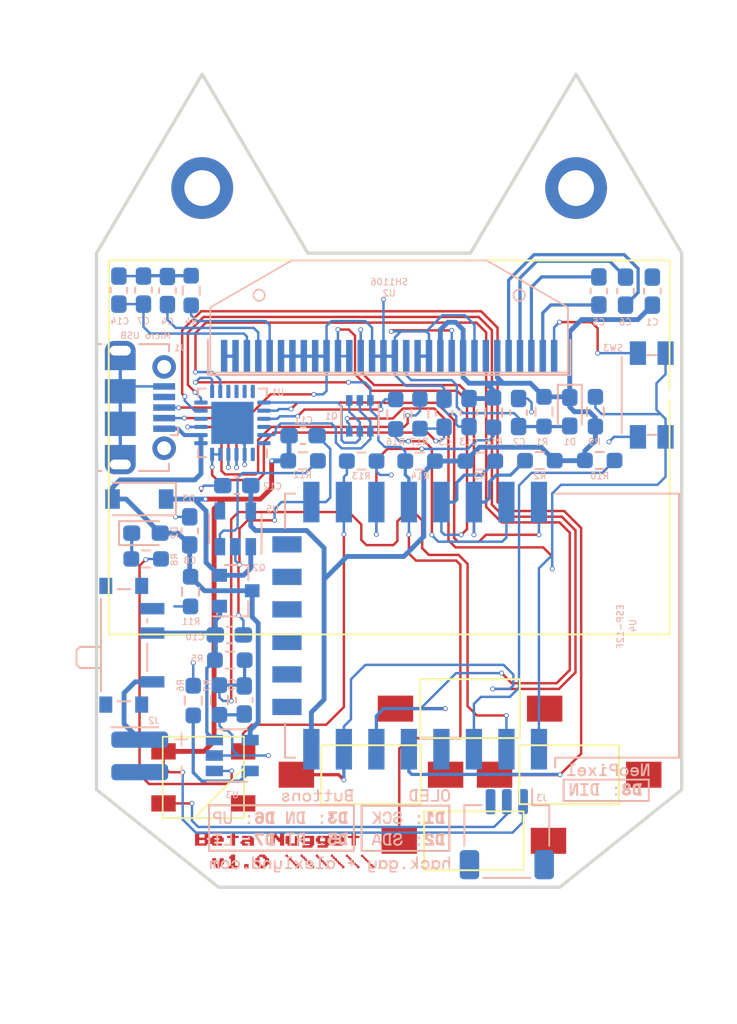
<source format=kicad_pcb>
(kicad_pcb (version 20171130) (host pcbnew 5.1.10-88a1d61d58~90~ubuntu20.04.1)
  (layers (0 F.Cu signal) (31 B.Cu signal) (34 B.Paste user hide) (35 F.Paste user hide) (36 B.SilkS user) (37 F.SilkS user) (38 B.Mask user) (39 F.Mask user hide) (44 Edge.Cuts user))
  (net 0 "")
  (net 1 GNDREF)
  (net 2 "Net-(C4-Pad1)")
  (net 3 "Net-(C5-Pad2)")
  (net 4 +3V3)
  (net 5 VMAX)
  (net 6 VBUS)
  (net 7 +BATT)
  (net 8 GPIO16)
  (net 9 DOUT)
  (net 10 "Net-(D2-Pad1)")
  (net 11 "Net-(J1-Pad2)")
  (net 12 "Net-(J1-Pad4)")
  (net 13 "Net-(J1-Pad3)")
  (net 14 RTS)
  (net 15 GPIO0)
  (net 16 DTR)
  (net 17 ESP_RST)
  (net 18 A0)
  (net 19 USB_RX)
  (net 20 "Net-(R8-Pad2)")
  (net 21 SCL)
  (net 22 SDA)
  (net 23 "Net-(R16-Pad2)")
  (net 24 GPIO12)
  (net 25 GPIO13)
  (net 26 GPIO14)
  (net 27 "Net-(U1-Pad10)")
  (net 28 "Net-(U2-Pad7)")
  (net 29 TXD)
  (net 30 GPIO15)
  (net 31 "Net-(C3-Pad2)")
  (net 32 "Net-(C5-Pad1)")
  (net 33 "Net-(C6-Pad2)")
  (net 34 "Net-(C6-Pad1)")
  (net 35 "Net-(J2-Pad1)")
  (net 36 "Net-(R4-Pad1)")
  (net 37 "Net-(R6-Pad1)")
  (net 38 "Net-(R10-Pad2)")
  (net 39 "Net-(R12-Pad1)")
  (net 40 "Net-(R15-Pad2)")
  (net 41 "Net-(SW1-Pad3)")
  (net 42 "Net-(U1-Pad1)")
  (net 43 "Net-(U1-Pad15)")
  (net 44 "Net-(U1-Pad16)")
  (net 45 "Net-(U1-Pad17)")
  (net 46 "Net-(U1-Pad18)")
  (net 47 "Net-(U1-Pad22)")
  (net 48 "Net-(U1-Pad24)")
  (net 49 "Net-(U4-Pad14)")
  (net 50 "Net-(U4-Pad13)")
  (net 51 "Net-(U4-Pad12)")
  (net 52 "Net-(U4-Pad11)")
  (net 53 "Net-(U4-Pad10)")
  (net 54 "Net-(U4-Pad9)")
  (net 55 "Net-(U5-Pad4)")
  (net 56 RES)
  (net 57 "Net-(C14-Pad2)")
  (net 58 "Net-(R17-Pad1)")
  (module Display:OLED-128O064D (layer B.Cu) (at 0 -10.16 180)
    (fp_text reference U2 (at 0 3.8735) (layer B.SilkS) (effects (font (size 0.4 0.4) (thickness 0.06)) (justify mirror)))
    (fp_text value SH1106 (at 0 4.572) (layer B.SilkS) (effects (font (size 0.4 0.4) (thickness 0.06)) (justify mirror)))
    (pad 1 smd rect (at -10.15 0 180) (size 0.4 2) (layers B.Cu B.Paste B.Mask) (net 1 GNDREF))
    (pad 2 smd rect (at -9.45 0 180) (size 0.4 2) (layers B.Cu B.Paste B.Mask) (net 32 "Net-(C5-Pad1)"))
    (pad 3 smd rect (at -8.75 0 180) (size 0.4 2) (layers B.Cu B.Paste B.Mask) (net 3 "Net-(C5-Pad2)"))
    (pad 4 smd rect (at -8.05 0 180) (size 0.4 2) (layers B.Cu B.Paste B.Mask) (net 34 "Net-(C6-Pad1)"))
    (pad 5 smd rect (at -7.35 0 180) (size 0.4 2) (layers B.Cu B.Paste B.Mask) (net 33 "Net-(C6-Pad2)"))
    (pad 6 smd rect (at -6.65 0 180) (size 0.4 2) (layers B.Cu B.Paste B.Mask) (net 4 +3V3))
    (pad 7 smd rect (at -5.95 0 180) (size 0.4 2) (layers B.Cu B.Paste B.Mask) (net 28 "Net-(U2-Pad7)"))
    (pad 8 smd rect (at -5.25 0 180) (size 0.4 2) (layers B.Cu B.Paste B.Mask) (net 1 GNDREF))
    (pad 9 smd rect (at -4.55 0 180) (size 0.4 2) (layers B.Cu B.Paste B.Mask) (net 4 +3V3))
    (pad 10 smd rect (at -3.85 0 180) (size 0.4 2) (layers B.Cu B.Paste B.Mask) (net 1 GNDREF))
    (pad 11 smd rect (at -3.15 0 180) (size 0.4 2) (layers B.Cu B.Paste B.Mask) (net 4 +3V3))
    (pad 12 smd rect (at -2.45 0 180) (size 0.4 2) (layers B.Cu B.Paste B.Mask) (net 1 GNDREF))
    (pad 13 smd rect (at -1.75 0 180) (size 0.4 2) (layers B.Cu B.Paste B.Mask) (net 1 GNDREF))
    (pad 14 smd rect (at -1.05 0 180) (size 0.4 2) (layers B.Cu B.Paste B.Mask) (net 56 RES))
    (pad 15 smd rect (at -0.35 0 180) (size 0.4 2) (layers B.Cu B.Paste B.Mask) (net 1 GNDREF))
    (pad 16 smd rect (at 0.35 0 180) (size 0.4 2) (layers B.Cu B.Paste B.Mask) (net 1 GNDREF))
    (pad 17 smd rect (at 1.05 0 180) (size 0.4 2) (layers B.Cu B.Paste B.Mask) (net 1 GNDREF))
    (pad 18 smd rect (at 1.75 0 180) (size 0.4 2) (layers B.Cu B.Paste B.Mask) (net 21 SCL))
    (pad 19 smd rect (at 2.45 0 180) (size 0.4 2) (layers B.Cu B.Paste B.Mask) (net 22 SDA))
    (pad 20 smd rect (at 3.15 0 180) (size 0.4 2) (layers B.Cu B.Paste B.Mask) (net 22 SDA))
    (pad 21 smd rect (at 3.85 0 180) (size 0.4 2) (layers B.Cu B.Paste B.Mask) (net 1 GNDREF))
    (pad 22 smd rect (at 4.55 0 180) (size 0.4 2) (layers B.Cu B.Paste B.Mask) (net 1 GNDREF))
    (pad 23 smd rect (at 5.25 0 180) (size 0.4 2) (layers B.Cu B.Paste B.Mask) (net 1 GNDREF))
    (pad 24 smd rect (at 5.95 0 180) (size 0.4 2) (layers B.Cu B.Paste B.Mask) (net 1 GNDREF))
    (pad 25 smd rect (at 6.65 0 180) (size 0.4 2) (layers B.Cu B.Paste B.Mask) (net 1 GNDREF))
    (pad 26 smd rect (at 7.35 0 180) (size 0.4 2) (layers B.Cu B.Paste B.Mask) (net 36 "Net-(R4-Pad1)"))
    (pad 27 smd rect (at 8.05 0 180) (size 0.4 2) (layers B.Cu B.Paste B.Mask) (net 2 "Net-(C4-Pad1)"))
    (pad 28 smd rect (at 8.75 0 180) (size 0.4 2) (layers B.Cu B.Paste B.Mask) (net 57 "Net-(C14-Pad2)"))
    (pad 29 smd rect (at 9.45 0 180) (size 0.4 2) (layers B.Cu B.Paste B.Mask) (net 1 GNDREF))
    (pad 30 smd rect (at 10.15 0 180) (size 0.4 2) (layers B.Cu B.Paste B.Mask) (net 1 GNDREF))
  )
  (module LED_SMD:LED_WS2812B_PLCC4_5.0x5.0mm_P3.2mm (layer F.Cu) (at -11.43 15.748)
    (fp_text reference D4 hide)
    (fp_text value WS2812B)
    (pad 3 smd rect (at 2.45 1.6) (size 1.5 1) (layers F.Cu F.Paste F.Mask) (net 1 GNDREF))
    (pad 4 smd rect (at 2.45 -1.6) (size 1.5 1) (layers F.Cu F.Paste F.Mask) (net 30 GPIO15))
    (pad 2 smd rect (at -2.45 1.6) (size 1.5 1) (layers F.Cu F.Paste F.Mask) (net 9 DOUT))
    (pad 1 smd rect (at -2.45 -1.6) (size 1.5 1) (layers F.Cu F.Paste F.Mask) (net 5 VMAX))
  )
  (module Connector_JST:JST_SH_SM03B-SRSS-TB_1x03-1MP_P1.00mm_Horizontal (layer B.Cu) (at 7.239 19.2405 180)
    (fp_text reference J3 (at -2.159 2.2225 180) (layer B.SilkS) (effects (font (size 0.4 0.4) (thickness 0.06)) (justify mirror)))
    (fp_text value JST_SH_SM03B-SRSS-TB_1x03-1MP_P1.00mm_Horizontal)
    (pad MP smd roundrect (at 2.3 -1.875 180) (size 1.2 1.8) (layers B.Cu B.Paste B.Mask) (roundrect_rratio 0.2083325))
    (pad MP smd roundrect (at -2.3 -1.875 180) (size 1.2 1.8) (layers B.Cu B.Paste B.Mask) (roundrect_rratio 0.2083325))
    (pad 3 smd roundrect (at 1 2 180) (size 0.6 1.55) (layers B.Cu B.Paste B.Mask) (net 1 GNDREF))
    (pad 2 smd roundrect (at 0 2 180) (size 0.6 1.55) (layers B.Cu B.Paste B.Mask) (net 9 DOUT))
    (pad 1 smd roundrect (at -1 2 180) (size 0.6 1.55) (layers B.Cu B.Paste B.Mask) (net 5 VMAX))
  )
  (module Button_Switch_SMD:SW_SPST_FSMSM (layer F.Cu) (at 4.9784 11.5189)
    (fp_text reference SW2 hide)
    (fp_text value UP)
    (pad 1 smd rect (at -4.59 0) (size 2.18 1.6) (layers F.Cu F.Paste F.Mask) (net 24 GPIO12))
    (pad 2 smd rect (at 4.59 0) (size 2.18 1.6) (layers F.Cu F.Paste F.Mask) (net 1 GNDREF))
  )
  (module Resistor_SMD:R_0603_1608Metric_Pad0.98x0.95mm_HandSolder (layer B.Cu) (at 1.8923 -6.6167 270)
    (fp_text reference R17 (at 1.7272 0.0508) (layer B.SilkS) (effects (font (size 0.4 0.4) (thickness 0.06)) (justify mirror)))
    (fp_text value R_Small_US)
    (pad 1 smd roundrect (at -0.9125 0 270) (size 0.975 0.95) (layers B.Cu B.Paste B.Mask) (net 58 "Net-(R17-Pad1)"))
    (pad 2 smd roundrect (at 0.9125 0 270) (size 0.975 0.95) (layers B.Cu B.Paste B.Mask) (net 31 "Net-(C3-Pad2)"))
  )
  (module Resistor_SMD:R_0603_1608Metric_Pad0.98x0.95mm_HandSolder (layer B.Cu) (at 0.4064 -6.5913 270)
    (fp_text reference R16 hide)
    (fp_text value 1K)
    (fp_text user %R (at 1.7018 0.0254) (layer B.SilkS) (effects (font (size 0.4 0.4) (thickness 0.06)) (justify mirror)))
    (pad 1 smd roundrect (at -0.9125 0 270) (size 0.975 0.95) (layers B.Cu B.Paste B.Mask) (net 19 USB_RX))
    (pad 2 smd roundrect (at 0.9125 0 270) (size 0.975 0.95) (layers B.Cu B.Paste B.Mask) (net 23 "Net-(R16-Pad2)"))
  )
  (module Package_DFN_QFN:QFN-24-1EP_4x4mm_P0.5mm_EP2.6x2.6mm (layer B.Cu) (at -9.6393 -6.0579 90)
    (fp_text reference U1 (at 1.8796 2.7813 180) (layer B.SilkS) (effects (font (size 0.4 0.4) (thickness 0.06)) (justify mirror)))
    (fp_text value CP2102N-A01-GQFN24)
    (pad 25 smd rect (at 0 0 90) (size 2.6 2.6) (layers B.Cu B.Mask) (net 1 GNDREF))
    (pad 24 smd roundrect (at -1.25 1.9375 90) (size 0.25 0.825) (layers B.Cu B.Paste B.Mask) (net 48 "Net-(U1-Pad24)"))
    (pad 23 smd roundrect (at -0.75 1.9375 90) (size 0.25 0.825) (layers B.Cu B.Paste B.Mask) (net 16 DTR))
    (pad 22 smd roundrect (at -0.25 1.9375 90) (size 0.25 0.825) (layers B.Cu B.Paste B.Mask) (net 47 "Net-(U1-Pad22)"))
    (pad 21 smd roundrect (at 0.25 1.9375 90) (size 0.25 0.825) (layers B.Cu B.Paste B.Mask) (net 19 USB_RX))
    (pad 20 smd roundrect (at 0.75 1.9375 90) (size 0.25 0.825) (layers B.Cu B.Paste B.Mask) (net 29 TXD))
    (pad 19 smd roundrect (at 1.25 1.9375 90) (size 0.25 0.825) (layers B.Cu B.Paste B.Mask) (net 14 RTS))
    (pad 18 smd roundrect (at 1.9375 1.25 90) (size 0.825 0.25) (layers B.Cu B.Paste B.Mask) (net 46 "Net-(U1-Pad18)"))
    (pad 17 smd roundrect (at 1.9375 0.75 90) (size 0.825 0.25) (layers B.Cu B.Paste B.Mask) (net 45 "Net-(U1-Pad17)"))
    (pad 16 smd roundrect (at 1.9375 0.25 90) (size 0.825 0.25) (layers B.Cu B.Paste B.Mask) (net 44 "Net-(U1-Pad16)"))
    (pad 15 smd roundrect (at 1.9375 -0.25 90) (size 0.825 0.25) (layers B.Cu B.Paste B.Mask) (net 43 "Net-(U1-Pad15)"))
    (pad 14 smd roundrect (at 1.9375 -0.75 90) (size 0.825 0.25) (layers B.Cu B.Paste B.Mask) (net 24 GPIO12))
    (pad 13 smd roundrect (at 1.9375 -1.25 90) (size 0.825 0.25) (layers B.Cu B.Paste B.Mask) (net 15 GPIO0))
    (pad 12 smd roundrect (at 1.25 -1.9375 90) (size 0.25 0.825) (layers B.Cu B.Paste B.Mask) (net 25 GPIO13))
    (pad 11 smd roundrect (at 0.75 -1.9375 90) (size 0.25 0.825) (layers B.Cu B.Paste B.Mask) (net 26 GPIO14))
    (pad 10 smd roundrect (at 0.25 -1.9375 90) (size 0.25 0.825) (layers B.Cu B.Paste B.Mask) (net 27 "Net-(U1-Pad10)"))
    (pad 9 smd roundrect (at -0.25 -1.9375 90) (size 0.25 0.825) (layers B.Cu B.Paste B.Mask) (net 58 "Net-(R17-Pad1)"))
    (pad 8 smd roundrect (at -0.75 -1.9375 90) (size 0.25 0.825) (layers B.Cu B.Paste B.Mask) (net 6 VBUS))
    (pad 7 smd roundrect (at -1.25 -1.9375 90) (size 0.25 0.825) (layers B.Cu B.Paste B.Mask) (net 6 VBUS))
    (pad 6 smd roundrect (at -1.9375 -1.25 90) (size 0.825 0.25) (layers B.Cu B.Paste B.Mask) (net 31 "Net-(C3-Pad2)"))
    (pad 5 smd roundrect (at -1.9375 -0.75 90) (size 0.825 0.25) (layers B.Cu B.Paste B.Mask) (net 31 "Net-(C3-Pad2)"))
    (pad 4 smd roundrect (at -1.9375 -0.25 90) (size 0.825 0.25) (layers B.Cu B.Paste B.Mask) (net 11 "Net-(J1-Pad2)"))
    (pad 3 smd roundrect (at -1.9375 0.25 90) (size 0.825 0.25) (layers B.Cu B.Paste B.Mask) (net 13 "Net-(J1-Pad3)"))
    (pad 2 smd roundrect (at -1.9375 0.75 90) (size 0.825 0.25) (layers B.Cu B.Paste B.Mask) (net 1 GNDREF))
    (pad 1 smd roundrect (at -1.9375 1.25 90) (size 0.825 0.25) (layers B.Cu B.Paste B.Mask) (net 42 "Net-(U1-Pad1)"))
  )
  (module RF_Module:ESP-12E (layer B.Cu) (at 5.715 6.4135 90)
    (fp_text reference U4 (at 0 9.271 90) (layer B.SilkS) (effects (font (size 0.4 0.4) (thickness 0.06)) (justify mirror)))
    (fp_text value ESP-12F (at -0.06 8.509 270) (layer B.SilkS) (effects (font (size 0.4 0.4) (thickness 0.06)) (justify mirror)))
    (pad 1 smd rect (at -7.6 3.5 90) (size 2.5 1) (layers B.Cu B.Paste B.Mask) (net 17 ESP_RST))
    (pad 2 smd rect (at -7.6 1.5 90) (size 2.5 1) (layers B.Cu B.Paste B.Mask) (net 18 A0))
    (pad 3 smd rect (at -7.6 -0.5 90) (size 2.5 1) (layers B.Cu B.Paste B.Mask) (net 38 "Net-(R10-Pad2)"))
    (pad 4 smd rect (at -7.6 -2.5 90) (size 2.5 1) (layers B.Cu B.Paste B.Mask) (net 8 GPIO16))
    (pad 5 smd rect (at -7.6 -4.5 90) (size 2.5 1) (layers B.Cu B.Paste B.Mask) (net 26 GPIO14))
    (pad 6 smd rect (at -7.6 -6.5 90) (size 2.5 1) (layers B.Cu B.Paste B.Mask) (net 24 GPIO12))
    (pad 7 smd rect (at -7.6 -8.5 90) (size 2.5 1) (layers B.Cu B.Paste B.Mask) (net 25 GPIO13))
    (pad 8 smd rect (at -7.6 -10.5 90) (size 2.5 1) (layers B.Cu B.Paste B.Mask) (net 4 +3V3))
    (pad 9 smd rect (at -5 -12 90) (size 1 1.8) (layers B.Cu B.Paste B.Mask) (net 54 "Net-(U4-Pad9)"))
    (pad 10 smd rect (at -3 -12 90) (size 1 1.8) (layers B.Cu B.Paste B.Mask) (net 53 "Net-(U4-Pad10)"))
    (pad 11 smd rect (at -1 -12 90) (size 1 1.8) (layers B.Cu B.Paste B.Mask) (net 52 "Net-(U4-Pad11)"))
    (pad 12 smd rect (at 1 -12 90) (size 1 1.8) (layers B.Cu B.Paste B.Mask) (net 51 "Net-(U4-Pad12)"))
    (pad 13 smd rect (at 3 -12 90) (size 1 1.8) (layers B.Cu B.Paste B.Mask) (net 50 "Net-(U4-Pad13)"))
    (pad 14 smd rect (at 5 -12 90) (size 1 1.8) (layers B.Cu B.Paste B.Mask) (net 49 "Net-(U4-Pad14)"))
    (pad 15 smd rect (at 7.6 -10.5 90) (size 2.5 1) (layers B.Cu B.Paste B.Mask) (net 1 GNDREF))
    (pad 16 smd rect (at 7.6 -8.5 90) (size 2.5 1) (layers B.Cu B.Paste B.Mask) (net 30 GPIO15))
    (pad 17 smd rect (at 7.6 -6.5 90) (size 2.5 1) (layers B.Cu B.Paste B.Mask) (net 40 "Net-(R15-Pad2)"))
    (pad 18 smd rect (at 7.6 -4.5 90) (size 2.5 1) (layers B.Cu B.Paste B.Mask) (net 15 GPIO0))
    (pad 19 smd rect (at 7.6 -2.5 90) (size 2.5 1) (layers B.Cu B.Paste B.Mask) (net 22 SDA))
    (pad 20 smd rect (at 7.6 -0.5 90) (size 2.5 1) (layers B.Cu B.Paste B.Mask) (net 21 SCL))
    (pad 21 smd rect (at 7.6 1.5 90) (size 2.5 1) (layers B.Cu B.Paste B.Mask) (net 23 "Net-(R16-Pad2)"))
    (pad 22 smd rect (at 7.6 3.5 90) (size 2.5 1) (layers B.Cu B.Paste B.Mask) (net 29 TXD))
  )
  (module Package_TO_SOT_SMD:SOT-363_SC-70-6 (layer B.Cu) (at -1.8034 -6.4897 90)
    (fp_text reference Q1 hide)
    (fp_text value UMH3N)
    (fp_text user %R (at -0.0127 -1.7526 180) (layer B.SilkS) (effects (font (size 0.4 0.4) (thickness 0.06)) (justify mirror)))
    (pad 1 smd rect (at -0.95 0.65 90) (size 0.65 0.4) (layers B.Cu B.Paste B.Mask) (net 16 DTR))
    (pad 3 smd rect (at -0.95 -0.65 90) (size 0.65 0.4) (layers B.Cu B.Paste B.Mask) (net 17 ESP_RST))
    (pad 5 smd rect (at 0.95 0 90) (size 0.65 0.4) (layers B.Cu B.Paste B.Mask) (net 16 DTR))
    (pad 2 smd rect (at -0.95 0 90) (size 0.65 0.4) (layers B.Cu B.Paste B.Mask) (net 14 RTS))
    (pad 4 smd rect (at 0.95 -0.65 90) (size 0.65 0.4) (layers B.Cu B.Paste B.Mask) (net 14 RTS))
    (pad 6 smd rect (at 0.95 0.65 90) (size 0.65 0.4) (layers B.Cu B.Paste B.Mask) (net 15 GPIO0))
  )
  (module Capacitor_SMD:C_0603_1608Metric_Pad1.08x0.95mm_HandSolder (layer B.Cu) (at 4.9149 -6.6929 270)
    (fp_text reference C13 hide)
    (fp_text value 4.7μF)
    (fp_text user %R (at 1.8034 0.0254 180) (layer B.SilkS) (effects (font (size 0.4 0.4) (thickness 0.06)) (justify mirror)))
    (pad 2 smd roundrect (at 0.8625 0 270) (size 1.075 0.95) (layers B.Cu B.Paste B.Mask) (net 1 GNDREF))
    (pad 1 smd roundrect (at -0.8625 0 270) (size 1.075 0.95) (layers B.Cu B.Paste B.Mask) (net 4 +3V3))
  )
  (module Resistor_SMD:R_0603_1608Metric_Pad0.98x0.95mm_HandSolder (layer B.Cu) (at 12.6873 -6.7456 90)
    (fp_text reference R9 hide)
    (fp_text value 10K)
    (fp_text user %R (at -1.8561 -0.0508) (layer B.SilkS) (effects (font (size 0.4 0.4) (thickness 0.06)) (justify mirror)))
    (pad 2 smd roundrect (at 0.9125 0 90) (size 0.975 0.95) (layers B.Cu B.Paste B.Mask) (net 17 ESP_RST))
    (pad 1 smd roundrect (at -0.9125 0 90) (size 0.975 0.95) (layers B.Cu B.Paste B.Mask) (net 4 +3V3))
  )
  (module Resistor_SMD:R_0603_1608Metric_Pad0.98x0.95mm_HandSolder (layer B.Cu) (at -12.1793 -14.1986 90)
    (fp_text reference R4 hide)
    (fp_text value 560K)
    (fp_text user %R (at -1.905 0 180) (layer B.SilkS) (effects (font (size 0.4 0.4) (thickness 0.06)) (justify mirror)))
    (pad 2 smd roundrect (at 0.9125 0 90) (size 0.975 0.95) (layers B.Cu B.Paste B.Mask) (net 1 GNDREF))
    (pad 1 smd roundrect (at -0.9125 0 90) (size 0.975 0.95) (layers B.Cu B.Paste B.Mask) (net 36 "Net-(R4-Pad1)"))
  )
  (module Capacitor_SMD:C_0603_1608Metric_Pad1.08x0.95mm_HandSolder (layer B.Cu) (at -15.113 -14.224 270)
    (fp_text reference C7 (at 1.905 0 180) (layer B.SilkS) (effects (font (size 0.4 0.4) (thickness 0.06)) (justify mirror)))
    (fp_text value C_Small hide)
    (pad 1 smd roundrect (at -0.8625 0 270) (size 1.075 0.95) (layers B.Cu B.Paste B.Mask) (net 1 GNDREF))
    (pad 2 smd roundrect (at 0.8625 0 270) (size 1.075 0.95) (layers B.Cu B.Paste B.Mask) (net 57 "Net-(C14-Pad2)"))
  )
  (module Resistor_SMD:R_0603_1608Metric_Pad0.98x0.95mm_HandSolder (layer B.Cu) (at -5.2959 -3.7211 180)
    (fp_text reference R12 hide)
    (fp_text value 10K)
    (fp_text user %R (at 0.0381 -0.8636) (layer B.SilkS) (effects (font (size 0.4 0.4) (thickness 0.06)) (justify mirror)))
    (pad 2 smd roundrect (at 0.9125 0 180) (size 0.975 0.95) (layers B.Cu B.Paste B.Mask) (net 5 VMAX))
    (pad 1 smd roundrect (at -0.9125 0 180) (size 0.975 0.95) (layers B.Cu B.Paste B.Mask) (net 39 "Net-(R12-Pad1)"))
  )
  (module Capacitor_SMD:C_0603_1608Metric_Pad1.08x0.95mm_HandSolder (layer B.Cu) (at -5.2959 -5.2705)
    (fp_text reference C11 hide)
    (fp_text value 4.7μF)
    (fp_text user %R (at 0.0254 -0.9525 180) (layer B.SilkS) (effects (font (size 0.4 0.4) (thickness 0.06)) (justify mirror)))
    (pad 1 smd roundrect (at -0.8625 0) (size 1.075 0.95) (layers B.Cu B.Paste B.Mask) (net 5 VMAX))
    (pad 2 smd roundrect (at 0.8625 0) (size 1.075 0.95) (layers B.Cu B.Paste B.Mask) (net 1 GNDREF))
  )
  (module Capacitor_SMD:C_0603_1608Metric_Pad1.08x0.95mm_HandSolder (layer B.Cu) (at -12.2682 0.5842 90)
    (fp_text reference C8 hide)
    (fp_text value 4.7μF)
    (fp_text user %R (at -1.8288 0.0127 180) (layer B.SilkS) (effects (font (size 0.4 0.4) (thickness 0.06)) (justify mirror)))
    (pad 2 smd roundrect (at 0.8625 0 90) (size 1.075 0.95) (layers B.Cu B.Paste B.Mask) (net 1 GNDREF))
    (pad 1 smd roundrect (at -0.8625 0 90) (size 1.075 0.95) (layers B.Cu B.Paste B.Mask) (net 6 VBUS))
  )
  (module Capacitor_SMD:C_0603_1608Metric_Pad1.08x0.95mm_HandSolder (layer B.Cu) (at -9.8298 6.985)
    (fp_text reference C10 hide)
    (fp_text value 4.7μF)
    (fp_text user %R (at -2.1082 0.127) (layer B.SilkS) (effects (font (size 0.4 0.4) (thickness 0.06)) (justify mirror)))
    (pad 1 smd roundrect (at -0.8625 0) (size 1.075 0.95) (layers B.Cu B.Paste B.Mask) (net 7 +BATT))
    (pad 2 smd roundrect (at 0.8625 0) (size 1.075 0.95) (layers B.Cu B.Paste B.Mask) (net 1 GNDREF))
  )
  (module LED_SMD:LED_0603_1608Metric_Pad1.05x0.95mm_HandSolder (layer B.Cu) (at 11.1125 -6.7437 270)
    (fp_text reference D1 hide)
    (fp_text value SS14)
    (fp_text user %R (at 1.8542 0) (layer B.SilkS) (effects (font (size 0.4 0.4) (thickness 0.06)) (justify mirror)))
    (pad 1 smd roundrect (at -0.875 0 270) (size 1.05 0.95) (layers B.Cu B.Paste B.Mask) (net 4 +3V3))
    (pad 2 smd roundrect (at 0.875 0 270) (size 1.05 0.95) (layers B.Cu B.Paste B.Mask) (net 56 RES))
  )
  (module Connector_JST:JST_PH_S2B-PH-SM4-TB_1x02-1MP_P2.00mm_Horizontal (layer B.Cu) (at -12.4916 14.4272 270)
    (fp_text reference J2 (at -2.1717 1.9864 180) (layer B.SilkS) (effects (font (size 0.4 0.4) (thickness 0.06)) (justify mirror)))
    (fp_text value "JST PH 2.0")
    (pad 2 smd roundrect (at 1 2.85 270) (size 1 3.5) (layers B.Cu B.Paste B.Mask) (net 1 GNDREF))
    (pad 1 smd roundrect (at -1 2.85 270) (size 1 3.5) (layers B.Cu B.Paste B.Mask) (net 35 "Net-(J2-Pad1)"))
  )
  (module MountingHole:MountingHole_2.2mm_M2_DIN965_Pad (layer F.Cu) (at -11.5 -20.5)
    (fp_text reference REF** hide)
    (fp_text value MountingHole_2.2mm_M2_DIN965_Pad)
    (pad 1 thru_hole circle (at 0 0) (size 3.8 3.8) (drill 2.2) (layers *.Cu *.Mask))
  )
  (module MountingHole:MountingHole_2.2mm_M2_DIN965_Pad (layer F.Cu) (at 11.5 -20.5)
    (fp_text reference REF** hide)
    (fp_text value MountingHole_2.2mm_M2_DIN965_Pad)
    (pad 1 thru_hole circle (at 0 0) (size 3.8 3.8) (drill 2.2) (layers *.Cu *.Mask))
  )
  (module Resistor_SMD:R_0603_1608Metric_Pad0.98x0.95mm_HandSolder (layer B.Cu) (at -9.8044 8.5344 180)
    (fp_text reference R5 hide)
    (fp_text value 100K)
    (fp_text user %R (at 2.0066 0.0889) (layer B.SilkS) (effects (font (size 0.4 0.4) (thickness 0.06)) (justify mirror)))
    (pad 1 smd roundrect (at -0.9125 0 180) (size 0.975 0.95) (layers B.Cu B.Paste B.Mask) (net 18 A0))
    (pad 2 smd roundrect (at 0.9125 0 180) (size 0.975 0.95) (layers B.Cu B.Paste B.Mask) (net 7 +BATT))
  )
  (module Resistor_SMD:R_0603_1608Metric_Pad0.98x0.95mm_HandSolder (layer B.Cu) (at 12.954 -3.7465)
    (fp_text reference R10 (at 0 0.9525) (layer B.SilkS) (effects (font (size 0.4 0.4) (thickness 0.06)) (justify mirror)))
    (fp_text value 10K)
    (pad 1 smd roundrect (at -0.9125 0) (size 0.975 0.95) (layers B.Cu B.Paste B.Mask) (net 4 +3V3))
    (pad 2 smd roundrect (at 0.9125 0) (size 0.975 0.95) (layers B.Cu B.Paste B.Mask) (net 38 "Net-(R10-Pad2)"))
  )
  (module Resistor_SMD:R_0603_1608Metric_Pad0.98x0.95mm_HandSolder (layer B.Cu) (at -10.4394 10.9855 90)
    (fp_text reference R7 hide)
    (fp_text value 27K)
    (fp_text user %R (at 0.889 -0.7366 270) (layer B.SilkS) (effects (font (size 0.4 0.4) (thickness 0.06)) (justify mirror)))
    (pad 2 smd roundrect (at 0.9125 0 90) (size 0.975 0.95) (layers B.Cu B.Paste B.Mask) (net 18 A0))
    (pad 1 smd roundrect (at -0.9125 0 90) (size 0.975 0.95) (layers B.Cu B.Paste B.Mask) (net 1 GNDREF))
  )
  (module Capacitor_SMD:C_0603_1608Metric_Pad1.08x0.95mm_HandSolder (layer B.Cu) (at 14.5415 -14.1605 270)
    (fp_text reference C6 hide)
    (fp_text value "1 μF")
    (fp_text user %R (at 1.905 0.0127 180) (layer B.SilkS) (effects (font (size 0.4 0.4) (thickness 0.06)) (justify mirror)))
    (pad 2 smd roundrect (at 0.8625 0 270) (size 1.075 0.95) (layers B.Cu B.Paste B.Mask) (net 33 "Net-(C6-Pad2)"))
    (pad 1 smd roundrect (at -0.8625 0 270) (size 1.075 0.95) (layers B.Cu B.Paste B.Mask) (net 34 "Net-(C6-Pad1)"))
  )
  (module Capacitor_SMD:C_0603_1608Metric_Pad1.08x0.95mm_HandSolder (layer B.Cu) (at 12.9032 -14.1732 90)
    (fp_text reference C5 hide)
    (fp_text value "1 μF")
    (fp_text user %R (at -1.9177 -0.0127) (layer B.SilkS) (effects (font (size 0.4 0.4) (thickness 0.06)) (justify mirror)))
    (pad 1 smd roundrect (at -0.8625 0 90) (size 1.075 0.95) (layers B.Cu B.Paste B.Mask) (net 32 "Net-(C5-Pad1)"))
    (pad 2 smd roundrect (at 0.8625 0 90) (size 1.075 0.95) (layers B.Cu B.Paste B.Mask) (net 3 "Net-(C5-Pad2)"))
  )
  (module Capacitor_SMD:C_0603_1608Metric_Pad1.08x0.95mm_HandSolder (layer B.Cu) (at 7.9629 -6.6929 90)
    (fp_text reference C2 hide)
    (fp_text value "10 μF")
    (fp_text user %R (at -1.8034 0.0381) (layer B.SilkS) (effects (font (size 0.4 0.4) (thickness 0.06)) (justify mirror)))
    (pad 1 smd roundrect (at -0.8625 0 90) (size 1.075 0.95) (layers B.Cu B.Paste B.Mask) (net 56 RES))
    (pad 2 smd roundrect (at 0.8625 0 90) (size 1.075 0.95) (layers B.Cu B.Paste B.Mask) (net 1 GNDREF))
  )
  (module Capacitor_SMD:C_0603_1608Metric_Pad1.08x0.95mm_HandSolder (layer B.Cu) (at -13.6398 -14.1986 90)
    (fp_text reference C4 hide)
    (fp_text value 4.7μF)
    (fp_text user %R (at -1.905 0 180) (layer B.SilkS) (effects (font (size 0.4 0.4) (thickness 0.06)) (justify mirror)))
    (pad 1 smd roundrect (at -0.8625 0 90) (size 1.075 0.95) (layers B.Cu B.Paste B.Mask) (net 2 "Net-(C4-Pad1)"))
    (pad 2 smd roundrect (at 0.8625 0 90) (size 1.075 0.95) (layers B.Cu B.Paste B.Mask) (net 1 GNDREF))
  )
  (module Capacitor_SMD:C_0603_1608Metric_Pad1.08x0.95mm_HandSolder (layer B.Cu) (at 16.1925 -14.1605 90)
    (fp_text reference C1 hide)
    (fp_text value "1 μF")
    (fp_text user C1 (at -1.905 -0.0127 180) (layer B.SilkS) (effects (font (size 0.4 0.4) (thickness 0.06)) (justify mirror)))
    (pad 2 smd roundrect (at 0.8625 0 90) (size 1.075 0.95) (layers B.Cu B.Paste B.Mask) (net 1 GNDREF))
    (pad 1 smd roundrect (at -0.8625 0 90) (size 1.075 0.95) (layers B.Cu B.Paste B.Mask) (net 4 +3V3))
  )
  (module Capacitor_SMD:C_0603_1608Metric_Pad1.08x0.95mm_HandSolder (layer B.Cu) (at 3.3782 -6.6548 270)
    (fp_text reference C3 hide)
    (fp_text value "1 μF")
    (fp_text user %R (at 1.7653 -0.0508) (layer B.SilkS) (effects (font (size 0.4 0.4) (thickness 0.06)) (justify mirror)))
    (pad 1 smd roundrect (at -0.8625 0 270) (size 1.075 0.95) (layers B.Cu B.Paste B.Mask) (net 1 GNDREF))
    (pad 2 smd roundrect (at 0.8625 0 270) (size 1.075 0.95) (layers B.Cu B.Paste B.Mask) (net 31 "Net-(C3-Pad2)"))
  )
  (module Diode_SMD:D_SOD-123 (layer B.Cu) (at -15.367 -1.3716 180)
    (fp_text reference D3 hide)
    (fp_text value SS14)
    (fp_text user %R (at -3.048 0.0254) (layer B.SilkS) (effects (font (size 0.4 0.4) (thickness 0.06)) (justify mirror)))
    (pad 1 smd rect (at -1.65 0 180) (size 0.9 1.2) (layers B.Cu B.Paste B.Mask) (net 5 VMAX))
    (pad 2 smd rect (at 1.65 0 180) (size 0.9 1.2) (layers B.Cu B.Paste B.Mask) (net 6 VBUS))
  )
  (module Connector_USB:USB_Micro-B_Molex-105017-0001 (layer B.Cu) (at -15.3035 -7 90)
    (fp_text reference J1 (at 3.668 2.413) (layer B.SilkS) (effects (font (size 0.4 0.4) (thickness 0.06)) (justify mirror)))
    (fp_text value "Micro USB" (at 4.43 0.3175) (layer B.SilkS) (effects (font (size 0.4 0.4) (thickness 0.06)) (justify mirror)))
    (pad 6 smd rect (at -2.9 -1.2375 90) (size 1.2 1.9) (layers B.Cu B.Mask) (net 1 GNDREF))
    (pad 6 smd rect (at 2.9 -1.2375 90) (size 1.2 1.9) (layers B.Cu B.Mask) (net 1 GNDREF))
    (pad 6 thru_hole oval (at 3.5 -1.2375 90) (size 1.2 1.9) (drill oval 0.6 1.3) (layers *.Cu *.Mask) (net 1 GNDREF))
    (pad 6 thru_hole oval (at -3.5 -1.2375 270) (size 1.2 1.9) (drill oval 0.6 1.3) (layers *.Cu *.Mask) (net 1 GNDREF))
    (pad 6 smd rect (at -1 -1.2375 90) (size 1.5 1.9) (layers B.Cu B.Paste B.Mask) (net 1 GNDREF))
    (pad 6 thru_hole circle (at 2.5 1.4625 90) (size 1.45 1.45) (drill 0.85) (layers *.Cu *.Mask) (net 1 GNDREF))
    (pad 3 smd rect (at 0 1.4625 90) (size 0.4 1.35) (layers B.Cu B.Paste B.Mask) (net 13 "Net-(J1-Pad3)"))
    (pad 4 smd rect (at 0.65 1.4625 90) (size 0.4 1.35) (layers B.Cu B.Paste B.Mask) (net 12 "Net-(J1-Pad4)"))
    (pad 5 smd rect (at 1.3 1.4625 90) (size 0.4 1.35) (layers B.Cu B.Paste B.Mask) (net 1 GNDREF))
    (pad 1 smd rect (at -1.3 1.4625 90) (size 0.4 1.35) (layers B.Cu B.Paste B.Mask) (net 6 VBUS))
    (pad 2 smd rect (at -0.65 1.4625 90) (size 0.4 1.35) (layers B.Cu B.Paste B.Mask) (net 11 "Net-(J1-Pad2)"))
    (pad 6 thru_hole circle (at -2.5 1.4625 90) (size 1.45 1.45) (drill 0.85) (layers *.Cu *.Mask) (net 1 GNDREF))
    (pad 6 smd rect (at 1 -1.2375 90) (size 1.5 1.9) (layers B.Cu B.Paste B.Mask) (net 1 GNDREF))
  )
  (module Package_TO_SOT_SMD:SOT-23 (layer B.Cu) (at -9.4234 4.2672)
    (fp_text reference Q2 hide)
    (fp_text value DMG3415)
    (fp_text user %R (at 1.4224 -1.4097) (layer B.SilkS) (effects (font (size 0.4 0.4) (thickness 0.06)) (justify mirror)))
    (pad 1 smd rect (at -1 0.95) (size 0.9 0.8) (layers B.Cu B.Paste B.Mask) (net 7 +BATT))
    (pad 2 smd rect (at -1 -0.95) (size 0.9 0.8) (layers B.Cu B.Paste B.Mask) (net 5 VMAX))
    (pad 3 smd rect (at 1 0) (size 0.9 0.8) (layers B.Cu B.Paste B.Mask) (net 6 VBUS))
  )
  (module Resistor_SMD:R_0603_1608Metric_Pad0.98x0.95mm_HandSolder (layer B.Cu) (at 1.905 -3.7084 180)
    (fp_text reference R14 hide)
    (fp_text value 10K)
    (fp_text user %R (at 0 -0.9144) (layer B.SilkS) (effects (font (size 0.4 0.4) (thickness 0.06)) (justify mirror)))
    (pad 2 smd roundrect (at 0.9125 0 180) (size 0.975 0.95) (layers B.Cu B.Paste B.Mask) (net 15 GPIO0))
    (pad 1 smd roundrect (at -0.9125 0 180) (size 0.975 0.95) (layers B.Cu B.Paste B.Mask) (net 4 +3V3))
  )
  (module Resistor_SMD:R_0603_1608Metric_Pad0.98x0.95mm_HandSolder (layer B.Cu) (at 6.4262 -6.6929 270)
    (fp_text reference R15 hide)
    (fp_text value 10K hide)
    (fp_text user %R (at 1.8034 0.0127) (layer B.SilkS) (effects (font (size 0.4 0.4) (thickness 0.06)) (justify mirror)))
    (pad 2 smd roundrect (at 0.9125 0 270) (size 0.975 0.95) (layers B.Cu B.Paste B.Mask) (net 40 "Net-(R15-Pad2)"))
    (pad 1 smd roundrect (at -0.9125 0 270) (size 0.975 0.95) (layers B.Cu B.Paste B.Mask) (net 4 +3V3))
  )
  (module Resistor_SMD:R_0603_1608Metric_Pad0.98x0.95mm_HandSolder (layer B.Cu) (at -1.6891 -3.7084)
    (fp_text reference R13 hide)
    (fp_text value 4.7K)
    (fp_text user %R (at -0.0254 0.9144) (layer B.SilkS) (effects (font (size 0.4 0.4) (thickness 0.06)) (justify mirror)))
    (pad 1 smd roundrect (at -0.9125 0) (size 0.975 0.95) (layers B.Cu B.Paste B.Mask) (net 30 GPIO15))
    (pad 2 smd roundrect (at 0.9125 0) (size 0.975 0.95) (layers B.Cu B.Paste B.Mask) (net 1 GNDREF))
  )
  (module Resistor_SMD:R_0603_1608Metric_Pad0.98x0.95mm_HandSolder (layer B.Cu) (at 9.525 -6.7456 90)
    (fp_text reference R1 hide)
    (fp_text value 4.7K)
    (fp_text user %R (at -1.8561 -0.127) (layer B.SilkS) (effects (font (size 0.4 0.4) (thickness 0.06)) (justify mirror)))
    (pad 1 smd roundrect (at -0.9125 0 90) (size 0.975 0.95) (layers B.Cu B.Paste B.Mask) (net 56 RES))
    (pad 2 smd roundrect (at 0.9125 0 90) (size 0.975 0.95) (layers B.Cu B.Paste B.Mask) (net 4 +3V3))
  )
  (module Resistor_SMD:R_0603_1608Metric_Pad0.98x0.95mm_HandSolder (layer B.Cu) (at -12.2174 4.318 270)
    (fp_text reference R11 hide)
    (fp_text value 10K)
    (fp_text user %R (at 1.8415 -0.0254 180) (layer B.SilkS) (effects (font (size 0.4 0.4) (thickness 0.06)) (justify mirror)))
    (pad 1 smd roundrect (at -0.9125 0 270) (size 0.975 0.95) (layers B.Cu B.Paste B.Mask) (net 6 VBUS))
    (pad 2 smd roundrect (at 0.9125 0 270) (size 0.975 0.95) (layers B.Cu B.Paste B.Mask) (net 1 GNDREF))
  )
  (module Resistor_SMD:R_0603_1608Metric_Pad0.98x0.95mm_HandSolder (layer B.Cu) (at -14.9479 2.3114)
    (fp_text reference R8 hide)
    (fp_text value 5K)
    (fp_text user %R (at 1.7399 0.0381 90) (layer B.SilkS) (effects (font (size 0.4 0.4) (thickness 0.06)) (justify mirror)))
    (pad 1 smd roundrect (at -0.9125 0) (size 0.975 0.95) (layers B.Cu B.Paste B.Mask) (net 10 "Net-(D2-Pad1)"))
    (pad 2 smd roundrect (at 0.9125 0) (size 0.975 0.95) (layers B.Cu B.Paste B.Mask) (net 20 "Net-(R8-Pad2)"))
  )
  (module Resistor_SMD:R_0603_1608Metric_Pad0.98x0.95mm_HandSolder (layer B.Cu) (at -12.0523 11.0236 90)
    (fp_text reference R6 hide)
    (fp_text value 4.7K)
    (fp_text user %R (at 0.9271 -0.7747 270) (layer B.SilkS) (effects (font (size 0.4 0.4) (thickness 0.06)) (justify mirror)))
    (pad 2 smd roundrect (at 0.9125 0 90) (size 0.975 0.95) (layers B.Cu B.Paste B.Mask) (net 1 GNDREF))
    (pad 1 smd roundrect (at -0.9125 0 90) (size 0.975 0.95) (layers B.Cu B.Paste B.Mask) (net 37 "Net-(R6-Pad1)"))
  )
  (module Button_Switch_SMD:SW_SPST_FSMSM (layer F.Cu) (at 5.211401 19.6469)
    (fp_text reference SW4 hide)
    (fp_text value DOWN hide)
    (pad 2 smd rect (at 4.59 0) (size 2.18 1.6) (layers F.Cu F.Paste F.Mask) (net 1 GNDREF))
    (pad 1 smd rect (at -4.59 0) (size 2.18 1.6) (layers F.Cu F.Paste F.Mask) (net 15 GPIO0))
  )
  (module Button_Switch_SMD:SW_SPST_FSMSM (layer F.Cu) (at -1.1176 15.5829)
    (fp_text reference SW5 hide)
    (fp_text value LEFT hide)
    (pad 1 smd rect (at -4.59 0) (size 2.18 1.6) (layers F.Cu F.Paste F.Mask) (net 25 GPIO13))
    (pad 2 smd rect (at 4.59 0) (size 2.18 1.6) (layers F.Cu F.Paste F.Mask) (net 1 GNDREF))
  )
  (module Button_Switch_SMD:SW_SPST_FSMSM (layer F.Cu) (at 11.0744 15.5829)
    (fp_text reference SW6 hide)
    (fp_text value RIGHT hide)
    (pad 2 smd rect (at 4.59 0) (size 2.18 1.6) (layers F.Cu F.Paste F.Mask) (net 1 GNDREF))
    (pad 1 smd rect (at -4.59 0) (size 2.18 1.6) (layers F.Cu F.Paste F.Mask) (net 26 GPIO14))
  )
  (module Button_Switch_SMD:Panasonic_EVQPUM_EVQPUD (layer B.Cu) (at 16.1544 -7.7724 90)
    (fp_text reference SW3 (at 2.8956 -2.3749) (layer B.SilkS) (effects (font (size 0.4 0.4) (thickness 0.06)) (justify mirror)))
    (fp_text value Reset)
    (pad 2 smd rect (at 2.575 -0.85 270) (size 1.45 1) (layers B.Cu B.Paste B.Mask) (net 1 GNDREF))
    (pad 2 smd rect (at -2.575 -0.85 270) (size 1.45 1) (layers B.Cu B.Paste B.Mask) (net 1 GNDREF))
    (pad 1 smd rect (at -2.575 0.85 270) (size 1.45 1) (layers B.Cu B.Paste B.Mask) (net 17 ESP_RST))
    (pad 1 smd rect (at 2.575 0.85 270) (size 1.45 1) (layers B.Cu B.Paste B.Mask) (net 17 ESP_RST))
    (pad "" np_thru_hole circle (at 0 -1.375 270) (size 0.75 0.75) (drill 0.75) (layers *.Cu *.Mask))
    (pad "" np_thru_hole circle (at 0 1.375 270) (size 0.75 0.75) (drill 0.75) (layers *.Cu *.Mask))
  )
  (module Button_Switch_SMD:SW_SPDT_PCM12 (layer B.Cu) (at -16.002 7.62 90)
    (fp_text reference SW1 hide)
    (fp_text value SPDT)
    (pad "" np_thru_hole circle (at -1.5 -0.33 90) (size 0.9 0.9) (drill 0.9) (layers *.Cu *.Mask))
    (pad "" np_thru_hole circle (at 1.5 -0.33 90) (size 0.9 0.9) (drill 0.9) (layers *.Cu *.Mask))
    (pad 1 smd rect (at -2.25 1.43 90) (size 0.7 1.5) (layers B.Cu B.Paste B.Mask) (net 35 "Net-(J2-Pad1)"))
    (pad 2 smd rect (at 0.75 1.43 90) (size 0.7 1.5) (layers B.Cu B.Paste B.Mask) (net 7 +BATT))
    (pad 3 smd rect (at 2.25 1.43 90) (size 0.7 1.5) (layers B.Cu B.Paste B.Mask) (net 41 "Net-(SW1-Pad3)"))
    (pad "" smd rect (at -3.65 -1.43 90) (size 1 0.8) (layers B.Cu B.Paste B.Mask))
    (pad "" smd rect (at 3.65 -1.43 90) (size 1 0.8) (layers B.Cu B.Paste B.Mask))
    (pad "" smd rect (at 3.65 0.78 90) (size 1 0.8) (layers B.Cu B.Paste B.Mask))
    (pad "" smd rect (at -3.65 0.78 90) (size 1 0.8) (layers B.Cu B.Paste B.Mask))
  )
  (module Package_TO_SOT_SMD:SOT-23-5 (layer B.Cu) (at -9.652 14.4018)
    (fp_text reference U3 (at 0 2.4257) (layer B.SilkS) (effects (font (size 0.4 0.4) (thickness 0.06)) (justify mirror)))
    (fp_text value MCP73831-2-OT)
    (pad 5 smd rect (at 1.1 0.95) (size 1.06 0.65) (layers B.Cu B.Paste B.Mask) (net 37 "Net-(R6-Pad1)"))
    (pad 4 smd rect (at 1.1 -0.95) (size 1.06 0.65) (layers B.Cu B.Paste B.Mask) (net 6 VBUS))
    (pad 3 smd rect (at -1.1 -0.95) (size 1.06 0.65) (layers B.Cu B.Paste B.Mask) (net 7 +BATT))
    (pad 2 smd rect (at -1.1 0) (size 1.06 0.65) (layers B.Cu B.Paste B.Mask) (net 1 GNDREF))
    (pad 1 smd rect (at -1.1 0.95) (size 1.06 0.65) (layers B.Cu B.Paste B.Mask) (net 20 "Net-(R8-Pad2)"))
  )
  (module Package_TO_SOT_SMD:SOT-23-5 (layer B.Cu) (at -9.4615 0.4572 90)
    (fp_text reference U5 hide)
    (fp_text value AP2112K-3.3)
    (fp_text user %R (at 1.2192 2.286 180) (layer B.SilkS) (effects (font (size 0.4 0.4) (thickness 0.06)) (justify mirror)))
    (pad 1 smd rect (at -1.1 0.95 90) (size 1.06 0.65) (layers B.Cu B.Paste B.Mask) (net 5 VMAX))
    (pad 2 smd rect (at -1.1 0 90) (size 1.06 0.65) (layers B.Cu B.Paste B.Mask) (net 1 GNDREF))
    (pad 3 smd rect (at -1.1 -0.95 90) (size 1.06 0.65) (layers B.Cu B.Paste B.Mask) (net 39 "Net-(R12-Pad1)"))
    (pad 4 smd rect (at 1.1 -0.95 90) (size 1.06 0.65) (layers B.Cu B.Paste B.Mask) (net 55 "Net-(U5-Pad4)"))
    (pad 5 smd rect (at 1.1 0.95 90) (size 1.06 0.65) (layers B.Cu B.Paste B.Mask) (net 4 +3V3))
  )
  (module LED_SMD:LED_0603_1608Metric_Pad1.05x0.95mm_HandSolder (layer B.Cu) (at -14.9606 0.7239)
    (fp_text reference D2 hide)
    (fp_text value RED)
    (fp_text user %R (at 1.7526 -0.0254 270) (layer B.SilkS) (effects (font (size 0.4 0.4) (thickness 0.06)) (justify mirror)))
    (pad 1 smd roundrect (at -0.875 0) (size 1.05 0.95) (layers B.Cu B.Paste B.Mask) (net 10 "Net-(D2-Pad1)"))
    (pad 2 smd roundrect (at 0.875 0) (size 1.05 0.95) (layers B.Cu B.Paste B.Mask) (net 6 VBUS))
  )
  (module Capacitor_SMD:C_0603_1608Metric_Pad1.08x0.95mm_HandSolder (layer B.Cu) (at -9.3726 -2.1971 180)
    (fp_text reference C12 hide)
    (fp_text value 4.7μF)
    (fp_text user %R (at -2.1971 -0.0381) (layer B.SilkS) (effects (font (size 0.4 0.4) (thickness 0.06)) (justify mirror)))
    (pad 2 smd roundrect (at 0.8625 0 180) (size 1.075 0.95) (layers B.Cu B.Paste B.Mask) (net 1 GNDREF))
    (pad 1 smd roundrect (at -0.8625 0 180) (size 1.075 0.95) (layers B.Cu B.Paste B.Mask) (net 4 +3V3))
  )
  (module Resistor_SMD:R_0603_1608Metric_Pad0.98x0.95mm_HandSolder (layer B.Cu) (at 9.271 -3.7338 180)
    (fp_text reference R2 hide)
    (fp_text value 4.7K)
    (fp_text user %R (at 0 -0.9398 180) (layer B.SilkS) (effects (font (size 0.4 0.4) (thickness 0.06)) (justify mirror)))
    (pad 2 smd roundrect (at 0.9125 0 180) (size 0.975 0.95) (layers B.Cu B.Paste B.Mask) (net 21 SCL))
    (pad 1 smd roundrect (at -0.9125 0 180) (size 0.975 0.95) (layers B.Cu B.Paste B.Mask) (net 4 +3V3))
  )
  (module Resistor_SMD:R_0603_1608Metric_Pad0.98x0.95mm_HandSolder (layer B.Cu) (at 5.6134 -3.7084)
    (fp_text reference R3 hide)
    (fp_text value 4.7K)
    (fp_text user %R (at -0.0254 0.9144) (layer B.SilkS) (effects (font (size 0.4 0.4) (thickness 0.06)) (justify mirror)))
    (pad 1 smd roundrect (at -0.9125 0) (size 0.975 0.95) (layers B.Cu B.Paste B.Mask) (net 4 +3V3))
    (pad 2 smd roundrect (at 0.9125 0) (size 0.975 0.95) (layers B.Cu B.Paste B.Mask) (net 22 SDA))
  )
  (module Capacitor_SMD:C_0603_1608Metric_Pad1.08x0.95mm_HandSolder (layer B.Cu) (at -8.9154 10.9855 90)
    (fp_text reference C9 (at 0.9525 -0.7366 270) (layer B.SilkS) (effects (font (size 0.4 0.4) (thickness 0.06)) (justify mirror)))
    (fp_text value 1μF)
    (pad 1 smd roundrect (at -0.8625 0 90) (size 1.075 0.95) (layers B.Cu B.Paste B.Mask) (net 1 GNDREF))
    (pad 2 smd roundrect (at 0.8625 0 90) (size 1.075 0.95) (layers B.Cu B.Paste B.Mask) (net 18 A0))
  )
  (module Capacitor_SMD:C_0603_1608Metric_Pad1.08x0.95mm_HandSolder (layer B.Cu) (at -16.6243 -14.224 270)
    (fp_text reference C14 (at 1.905 -0.0508 180) (layer B.SilkS) (effects (font (size 0.4 0.4) (thickness 0.06)) (justify mirror)))
    (fp_text value C_Small hide)
    (pad 1 smd roundrect (at -0.8625 0 270) (size 1.075 0.95) (layers B.Cu B.Paste B.Mask) (net 1 GNDREF))
    (pad 2 smd roundrect (at 0.8625 0 270) (size 1.075 0.95) (layers B.Cu B.Paste B.Mask) (net 57 "Net-(C14-Pad2)"))
  )
  (module Deluxe-Nugg-Board-Art (layer F.Cu) (at 0 0)
    (fp_text reference Ref** hide)
    (fp_text value Val** hide)
    (fp_poly (pts (xy -10.181166 20.91161) (xy -10.181582 21.00209) (xy -10.184325 21.05836) (xy -10.191639 21.088545) (xy -10.205769 21.100769) (xy -10.228958 21.103155) (xy -10.234083 21.103167) (xy -10.274364 21.111909) (xy -10.286776 21.146331) (xy -10.287 21.156083) (xy -10.293834 21.193901) (xy -10.322886 21.207736) (xy -10.3505 21.209) (xy -10.395477 21.214245) (xy -10.412054 21.238985) (xy -10.414 21.2725) (xy -10.415955 21.308802) (xy -10.428766 21.327697) (xy -10.462853 21.334868) (xy -10.528636 21.336) (xy -10.530416 21.336) (xy -10.59697 21.334934) (xy -10.631611 21.327946) (xy -10.644758 21.309353) (xy -10.646833 21.273471) (xy -10.646833 21.2725) (xy -10.652078 21.227523) (xy -10.676818 21.210945) (xy -10.710333 21.209) (xy -10.755715 21.203305) (xy -10.772317 21.179095) (xy -10.773833 21.156083) (xy -10.782576 21.115803) (xy -10.816998 21.10339) (xy -10.82675 21.103167) (xy -10.8518 21.10165) (xy -10.867353 21.091668) (xy -10.875673 21.065076) (xy -10.879022 21.013726) (xy -10.879664 20.929472) (xy -10.879666 20.912667) (xy -10.879666 20.722167) (xy -10.646833 20.722167) (xy -10.646833 21.082) (xy -10.436879 21.082) (xy -10.424583 20.73275) (xy -10.302875 20.726402) (xy -10.181166 20.720054) (xy -10.181166 20.91161)) (layer F.Cu) (width 0.01))
    (fp_poly (pts (xy -9.482666 21.187833) (xy -9.249833 21.187833) (xy -9.249833 21.336) (xy -9.972182 21.336) (xy -9.965549 21.267208) (xy -9.959359 21.227049) (xy -9.943287 21.205833) (xy -9.906028 21.196342) (xy -9.847791 21.192019) (xy -9.736666 21.185621) (xy -9.736666 20.743333) (xy -9.789583 20.743333) (xy -9.827401 20.736499) (xy -9.841236 20.707447) (xy -9.8425 20.679833) (xy -9.836718 20.634363) (xy -9.812519 20.617766) (xy -9.790989 20.616333) (xy -9.751152 20.6066) (xy -9.734372 20.569559) (xy -9.732781 20.558125) (xy -9.726038 20.525137) (xy -9.708349 20.506921) (xy -9.668969 20.498075) (xy -9.604375 20.493569) (xy -9.482666 20.487221) (xy -9.482666 21.187833)) (layer F.Cu) (width 0.01))
    (fp_poly (pts (xy -8.657166 21.336) (xy -8.911166 21.336) (xy -8.911166 21.082) (xy -8.657166 21.082) (xy -8.657166 21.336)) (layer F.Cu) (width 0.01))
    (fp_poly (pts (xy -7.623886 20.558125) (xy -7.610238 20.601876) (xy -7.575832 20.616022) (xy -7.565677 20.616333) (xy -7.526367 20.625418) (xy -7.51434 20.660669) (xy -7.514166 20.66925) (xy -7.507332 20.707068) (xy -7.47828 20.720903) (xy -7.450666 20.722167) (xy -7.387166 20.722167) (xy -7.387166 21.103167) (xy -7.450666 21.103167) (xy -7.496048 21.108862) (xy -7.51265 21.133072) (xy -7.514166 21.156083) (xy -7.522909 21.196364) (xy -7.557331 21.208776) (xy -7.567083 21.209) (xy -7.604901 21.215834) (xy -7.618736 21.244886) (xy -7.62 21.2725) (xy -7.62 21.336) (xy -8.001 21.336) (xy -8.001 21.2725) (xy -8.006695 21.227118) (xy -8.030905 21.210516) (xy -8.053916 21.209) (xy -8.094299 21.200157) (xy -8.106655 21.165842) (xy -8.106833 21.157489) (xy -8.116567 21.117652) (xy -8.153607 21.100872) (xy -8.165041 21.099281) (xy -8.22325 21.092583) (xy -8.22325 20.73275) (xy -8.165041 20.726052) (xy -8.12129 20.712405) (xy -8.107145 20.677999) (xy -8.106833 20.667844) (xy -8.099642 20.6375) (xy -7.979833 20.6375) (xy -7.979833 21.082) (xy -7.916333 21.082) (xy -7.870951 21.087695) (xy -7.85435 21.111905) (xy -7.852833 21.134917) (xy -7.849402 21.166322) (xy -7.831891 21.181989) (xy -7.789473 21.187332) (xy -7.747 21.187833) (xy -7.641166 21.187833) (xy -7.641166 20.743333) (xy -7.704666 20.743333) (xy -7.750048 20.737638) (xy -7.76665 20.713428) (xy -7.768166 20.690417) (xy -7.771598 20.659011) (xy -7.789109 20.643344) (xy -7.831526 20.638001) (xy -7.874 20.6375) (xy -7.979833 20.6375) (xy -8.099642 20.6375) (xy -8.097433 20.628182) (xy -8.061418 20.616426) (xy -8.055322 20.616333) (xy -8.015485 20.6066) (xy -7.998705 20.569559) (xy -7.997114 20.558125) (xy -7.990416 20.499917) (xy -7.630583 20.499917) (xy -7.623886 20.558125)) (layer F.Cu) (width 0.01))
    (fp_poly (pts (xy -6.302375 20.493284) (xy -6.252999 20.504338) (xy -6.231631 20.532412) (xy -6.226886 20.558125) (xy -6.213238 20.601876) (xy -6.178832 20.616022) (xy -6.168677 20.616333) (xy -6.129016 20.625733) (xy -6.117259 20.661748) (xy -6.117166 20.667844) (xy -6.107433 20.707681) (xy -6.070393 20.724461) (xy -6.058958 20.726052) (xy -6.013623 20.741212) (xy -5.995383 20.781252) (xy -5.994052 20.790958) (xy -5.980405 20.834709) (xy -5.945999 20.848855) (xy -5.935844 20.849167) (xy -5.896534 20.858251) (xy -5.884506 20.893502) (xy -5.884333 20.902083) (xy -5.875591 20.942364) (xy -5.841168 20.954776) (xy -5.831416 20.955) (xy -5.793598 20.961834) (xy -5.779764 20.990886) (xy -5.7785 21.0185) (xy -5.773255 21.063477) (xy -5.748515 21.080054) (xy -5.715 21.082) (xy -5.669618 21.087695) (xy -5.653016 21.111905) (xy -5.6515 21.134917) (xy -5.642757 21.175197) (xy -5.608335 21.18761) (xy -5.598583 21.187833) (xy -5.562798 21.193368) (xy -5.548148 21.218276) (xy -5.545666 21.261917) (xy -5.549206 21.31169) (xy -5.567161 21.332105) (xy -5.609166 21.336) (xy -5.654144 21.330755) (xy -5.670721 21.306015) (xy -5.672666 21.2725) (xy -5.677911 21.227523) (xy -5.702651 21.210945) (xy -5.736166 21.209) (xy -5.781548 21.203305) (xy -5.79815 21.179095) (xy -5.799666 21.156083) (xy -5.808409 21.115803) (xy -5.842831 21.10339) (xy -5.852583 21.103167) (xy -5.890401 21.096332) (xy -5.904236 21.06728) (xy -5.9055 21.039667) (xy -5.911195 20.994285) (xy -5.935405 20.977683) (xy -5.958416 20.976167) (xy -5.998697 20.967424) (xy -6.01111 20.933002) (xy -6.011333 20.92325) (xy -6.018168 20.885432) (xy -6.04722 20.871597) (xy -6.074833 20.870333) (xy -6.11981 20.865088) (xy -6.136388 20.840348) (xy -6.138333 20.806833) (xy -6.144028 20.761451) (xy -6.168238 20.74485) (xy -6.19125 20.743333) (xy -6.23153 20.734591) (xy -6.243943 20.700168) (xy -6.244166 20.690417) (xy -6.251001 20.652598) (xy -6.280053 20.638764) (xy -6.307666 20.6375) (xy -6.350065 20.633485) (xy -6.367654 20.612941) (xy -6.371166 20.563124) (xy -6.371166 20.562075) (xy -6.368363 20.512171) (xy -6.352159 20.492873) (xy -6.310861 20.49249) (xy -6.302375 20.493284)) (layer F.Cu) (width 0.01))
    (fp_poly (pts (xy -5.331356 20.494578) (xy -5.314779 20.519318) (xy -5.312833 20.552833) (xy -5.307588 20.59781) (xy -5.282848 20.614388) (xy -5.249333 20.616333) (xy -5.203951 20.622028) (xy -5.18735 20.646238) (xy -5.185833 20.66925) (xy -5.177091 20.70953) (xy -5.142668 20.721943) (xy -5.132916 20.722167) (xy -5.095098 20.729001) (xy -5.081264 20.758053) (xy -5.08 20.785667) (xy -5.074755 20.830644) (xy -5.050015 20.847221) (xy -5.0165 20.849167) (xy -4.971118 20.854862) (xy -4.954516 20.879072) (xy -4.953 20.902083) (xy -4.944257 20.942364) (xy -4.909835 20.954776) (xy -4.900083 20.955) (xy -4.862265 20.961834) (xy -4.84843 20.990886) (xy -4.847166 21.0185) (xy -4.841922 21.063477) (xy -4.817182 21.080054) (xy -4.783666 21.082) (xy -4.738285 21.087695) (xy -4.721683 21.111905) (xy -4.720166 21.134917) (xy -4.711424 21.175197) (xy -4.677002 21.18761) (xy -4.66725 21.187833) (xy -4.631464 21.193368) (xy -4.616815 21.218276) (xy -4.614333 21.261917) (xy -4.617873 21.31169) (xy -4.635828 21.332105) (xy -4.677833 21.336) (xy -4.72281 21.330755) (xy -4.739388 21.306015) (xy -4.741333 21.2725) (xy -4.746578 21.227523) (xy -4.771318 21.210945) (xy -4.804833 21.209) (xy -4.850215 21.203305) (xy -4.866817 21.179095) (xy -4.868333 21.156083) (xy -4.877076 21.115803) (xy -4.911498 21.10339) (xy -4.92125 21.103167) (xy -4.959068 21.096332) (xy -4.972903 21.06728) (xy -4.974166 21.039667) (xy -4.979411 20.994689) (xy -5.004151 20.978112) (xy -5.037666 20.976167) (xy -5.083048 20.970471) (xy -5.09965 20.946261) (xy -5.101166 20.92325) (xy -5.109909 20.882969) (xy -5.144331 20.870557) (xy -5.154083 20.870333) (xy -5.191901 20.863499) (xy -5.205736 20.834447) (xy -5.207 20.806833) (xy -5.212245 20.761856) (xy -5.236985 20.745279) (xy -5.2705 20.743333) (xy -5.315882 20.737638) (xy -5.332483 20.713428) (xy -5.334 20.690417) (xy -5.342742 20.650136) (xy -5.377165 20.637723) (xy -5.386916 20.6375) (xy -5.422702 20.631965) (xy -5.437352 20.607057) (xy -5.439833 20.563417) (xy -5.436293 20.513643) (xy -5.418338 20.493228) (xy -5.376333 20.489333) (xy -5.331356 20.494578)) (layer F.Cu) (width 0.01))
    (fp_poly (pts (xy -4.400023 20.494578) (xy -4.383445 20.519318) (xy -4.3815 20.552833) (xy -4.376255 20.59781) (xy -4.351515 20.614388) (xy -4.318 20.616333) (xy -4.272618 20.622028) (xy -4.256016 20.646238) (xy -4.2545 20.66925) (xy -4.245757 20.70953) (xy -4.211335 20.721943) (xy -4.201583 20.722167) (xy -4.163765 20.729001) (xy -4.14993 20.758053) (xy -4.148666 20.785667) (xy -4.143422 20.830644) (xy -4.118682 20.847221) (xy -4.085166 20.849167) (xy -4.039785 20.854862) (xy -4.023183 20.879072) (xy -4.021666 20.902083) (xy -4.012924 20.942364) (xy -3.978502 20.954776) (xy -3.96875 20.955) (xy -3.930932 20.961834) (xy -3.917097 20.990886) (xy -3.915833 21.0185) (xy -3.910588 21.063477) (xy -3.885848 21.080054) (xy -3.852333 21.082) (xy -3.806951 21.087695) (xy -3.79035 21.111905) (xy -3.788833 21.134917) (xy -3.780091 21.175197) (xy -3.745668 21.18761) (xy -3.735916 21.187833) (xy -3.700131 21.193368) (xy -3.685481 21.218276) (xy -3.683 21.261917) (xy -3.68654 21.31169) (xy -3.704495 21.332105) (xy -3.7465 21.336) (xy -3.791477 21.330755) (xy -3.808054 21.306015) (xy -3.81 21.2725) (xy -3.815245 21.227523) (xy -3.839985 21.210945) (xy -3.8735 21.209) (xy -3.918882 21.203305) (xy -3.935483 21.179095) (xy -3.937 21.156083) (xy -3.945742 21.115803) (xy -3.980165 21.10339) (xy -3.989916 21.103167) (xy -4.027735 21.096332) (xy -4.041569 21.06728) (xy -4.042833 21.039667) (xy -4.048078 20.994689) (xy -4.072818 20.978112) (xy -4.106333 20.976167) (xy -4.151715 20.970471) (xy -4.168317 20.946261) (xy -4.169833 20.92325) (xy -4.178576 20.882969) (xy -4.212998 20.870557) (xy -4.22275 20.870333) (xy -4.260568 20.863499) (xy -4.274403 20.834447) (xy -4.275666 20.806833) (xy -4.280911 20.761856) (xy -4.305651 20.745279) (xy -4.339166 20.743333) (xy -4.384548 20.737638) (xy -4.40115 20.713428) (xy -4.402666 20.690417) (xy -4.411409 20.650136) (xy -4.445831 20.637723) (xy -4.455583 20.6375) (xy -4.491369 20.631965) (xy -4.506018 20.607057) (xy -4.5085 20.563417) (xy -4.50496 20.513643) (xy -4.487005 20.493228) (xy -4.445 20.489333) (xy -4.400023 20.494578)) (layer F.Cu) (width 0.01))
    (fp_poly (pts (xy -3.468689 20.494578) (xy -3.452112 20.519318) (xy -3.450166 20.552833) (xy -3.444471 20.598215) (xy -3.420261 20.614817) (xy -3.39725 20.616333) (xy -3.356969 20.625076) (xy -3.344557 20.659498) (xy -3.344333 20.66925) (xy -3.337499 20.707068) (xy -3.308447 20.720903) (xy -3.280833 20.722167) (xy -3.235856 20.727411) (xy -3.219279 20.752151) (xy -3.217333 20.785667) (xy -3.211638 20.831048) (xy -3.187428 20.84765) (xy -3.164416 20.849167) (xy -3.124136 20.857909) (xy -3.111723 20.892331) (xy -3.1115 20.902083) (xy -3.104665 20.939901) (xy -3.075613 20.953736) (xy -3.048 20.955) (xy -3.003023 20.960245) (xy -2.986445 20.984985) (xy -2.9845 21.0185) (xy -2.978805 21.063882) (xy -2.954595 21.080483) (xy -2.931583 21.082) (xy -2.891303 21.090742) (xy -2.87889 21.125165) (xy -2.878666 21.134917) (xy -2.871832 21.172735) (xy -2.84278 21.186569) (xy -2.815166 21.187833) (xy -2.772503 21.191963) (xy -2.755005 21.212911) (xy -2.751666 21.261917) (xy -2.754943 21.311569) (xy -2.77343 21.331933) (xy -2.820111 21.335991) (xy -2.82575 21.336) (xy -2.875524 21.33246) (xy -2.895939 21.314505) (xy -2.899833 21.2725) (xy -2.905528 21.227118) (xy -2.929738 21.210516) (xy -2.95275 21.209) (xy -2.99303 21.200257) (xy -3.005443 21.165835) (xy -3.005666 21.156083) (xy -3.012501 21.118265) (xy -3.041553 21.10443) (xy -3.069166 21.103167) (xy -3.114144 21.097922) (xy -3.130721 21.073182) (xy -3.132666 21.039667) (xy -3.138362 20.994285) (xy -3.162572 20.977683) (xy -3.185583 20.976167) (xy -3.225966 20.967323) (xy -3.238322 20.933009) (xy -3.2385 20.924656) (xy -3.248233 20.884819) (xy -3.285274 20.868039) (xy -3.296708 20.866447) (xy -3.342043 20.851288) (xy -3.360283 20.811248) (xy -3.361614 20.801542) (xy -3.375262 20.75779) (xy -3.409668 20.743645) (xy -3.419822 20.743333) (xy -3.459132 20.734249) (xy -3.47116 20.698998) (xy -3.471333 20.690417) (xy -3.480076 20.650136) (xy -3.514498 20.637723) (xy -3.52425 20.6375) (xy -3.560035 20.631965) (xy -3.574685 20.607057) (xy -3.577166 20.563417) (xy -3.573627 20.513643) (xy -3.555672 20.493228) (xy -3.513666 20.489333) (xy -3.468689 20.494578)) (layer F.Cu) (width 0.01))
    (fp_poly (pts (xy -2.546495 20.506374) (xy -2.526896 20.533798) (xy -2.522719 20.558125) (xy -2.509071 20.601876) (xy -2.474665 20.616022) (xy -2.464511 20.616333) (xy -2.424849 20.625733) (xy -2.413093 20.661748) (xy -2.413 20.667844) (xy -2.403266 20.707681) (xy -2.366226 20.724461) (xy -2.354791 20.726052) (xy -2.309456 20.741212) (xy -2.291216 20.781252) (xy -2.289886 20.790958) (xy -2.276238 20.834709) (xy -2.241832 20.848855) (xy -2.231677 20.849167) (xy -2.192016 20.858567) (xy -2.180259 20.894582) (xy -2.180166 20.900677) (xy -2.170433 20.940514) (xy -2.133393 20.957294) (xy -2.121958 20.958886) (xy -2.076623 20.974045) (xy -2.058383 21.014085) (xy -2.057052 21.023792) (xy -2.043405 21.067543) (xy -2.008999 21.081688) (xy -1.998844 21.082) (xy -1.959182 21.0914) (xy -1.947426 21.127415) (xy -1.947333 21.133511) (xy -1.9376 21.173348) (xy -1.900559 21.190128) (xy -1.889125 21.191719) (xy -1.847239 21.203976) (xy -1.828723 21.236851) (xy -1.824284 21.267208) (xy -1.822945 21.312971) (xy -1.838877 21.331997) (xy -1.883773 21.335978) (xy -1.893075 21.336) (xy -1.943436 21.332619) (xy -1.964328 21.315324) (xy -1.968499 21.273383) (xy -1.9685 21.2725) (xy -1.974195 21.227118) (xy -1.998405 21.210516) (xy -2.021416 21.209) (xy -2.061697 21.200257) (xy -2.07411 21.165835) (xy -2.074333 21.156083) (xy -2.081168 21.118265) (xy -2.11022 21.10443) (xy -2.137833 21.103167) (xy -2.18281 21.097922) (xy -2.199388 21.073182) (xy -2.201333 21.039667) (xy -2.207028 20.994285) (xy -2.231238 20.977683) (xy -2.25425 20.976167) (xy -2.29453 20.967424) (xy -2.306943 20.933002) (xy -2.307166 20.92325) (xy -2.314001 20.885432) (xy -2.343053 20.871597) (xy -2.370666 20.870333) (xy -2.415644 20.865088) (xy -2.432221 20.840348) (xy -2.434166 20.806833) (xy -2.439862 20.761451) (xy -2.464072 20.74485) (xy -2.487083 20.743333) (xy -2.527364 20.734591) (xy -2.539776 20.700168) (xy -2.54 20.690417) (xy -2.546641 20.652878) (xy -2.575099 20.638916) (xy -2.604841 20.6375) (xy -2.648887 20.633654) (xy -2.66441 20.613352) (xy -2.663049 20.568708) (xy -2.653504 20.521036) (xy -2.6288 20.502538) (xy -2.592916 20.499917) (xy -2.546495 20.506374)) (layer F.Cu) (width 0.01))
    (fp_poly (pts (xy -1.615161 20.506374) (xy -1.595562 20.533798) (xy -1.591386 20.558125) (xy -1.577738 20.601876) (xy -1.543332 20.616022) (xy -1.533177 20.616333) (xy -1.493516 20.625733) (xy -1.481759 20.661748) (xy -1.481666 20.667844) (xy -1.471933 20.707681) (xy -1.434893 20.724461) (xy -1.423458 20.726052) (xy -1.378123 20.741212) (xy -1.359883 20.781252) (xy -1.358552 20.790958) (xy -1.344905 20.834709) (xy -1.310499 20.848855) (xy -1.300344 20.849167) (xy -1.261034 20.858251) (xy -1.249006 20.893502) (xy -1.248833 20.902083) (xy -1.240091 20.942364) (xy -1.205668 20.954776) (xy -1.195916 20.955) (xy -1.158098 20.961834) (xy -1.144264 20.990886) (xy -1.143 21.0185) (xy -1.137755 21.063477) (xy -1.113015 21.080054) (xy -1.0795 21.082) (xy -1.034118 21.087695) (xy -1.017516 21.111905) (xy -1.016 21.134917) (xy -1.007257 21.175197) (xy -0.972835 21.18761) (xy -0.963083 21.187833) (xy -0.927298 21.193368) (xy -0.912648 21.218276) (xy -0.910166 21.261917) (xy -0.913706 21.31169) (xy -0.931661 21.332105) (xy -0.973666 21.336) (xy -1.018644 21.330755) (xy -1.035221 21.306015) (xy -1.037166 21.2725) (xy -1.042862 21.227118) (xy -1.067072 21.210516) (xy -1.090083 21.209) (xy -1.130364 21.200257) (xy -1.142776 21.165835) (xy -1.143 21.156083) (xy -1.149834 21.118265) (xy -1.178886 21.10443) (xy -1.2065 21.103167) (xy -1.251477 21.097922) (xy -1.268054 21.073182) (xy -1.27 21.039667) (xy -1.275695 20.994285) (xy -1.299905 20.977683) (xy -1.322916 20.976167) (xy -1.363197 20.967424) (xy -1.37561 20.933002) (xy -1.375833 20.92325) (xy -1.382668 20.885432) (xy -1.41172 20.871597) (xy -1.439333 20.870333) (xy -1.48431 20.865088) (xy -1.500888 20.840348) (xy -1.502833 20.806833) (xy -1.508528 20.761451) (xy -1.532738 20.74485) (xy -1.55575 20.743333) (xy -1.59603 20.734591) (xy -1.608443 20.700168) (xy -1.608666 20.690417) (xy -1.615308 20.652878) (xy -1.643766 20.638916) (xy -1.673508 20.6375) (xy -1.717554 20.633654) (xy -1.733076 20.613352) (xy -1.731716 20.568708) (xy -1.722171 20.521036) (xy -1.697466 20.502538) (xy -1.661583 20.499917) (xy -1.615161 20.506374)) (layer F.Cu) (width 0.01))
    (fp_poly (pts (xy -4.614333 19.939) (xy -4.66725 19.939) (xy -4.705068 19.945834) (xy -4.718903 19.974886) (xy -4.720166 20.0025) (xy -4.720166 20.066) (xy -5.336682 20.066) (xy -5.330049 19.997208) (xy -5.323416 19.928417) (xy -5.095875 19.922409) (xy -4.995195 19.919175) (xy -4.929479 19.914816) (xy -4.89136 19.907789) (xy -4.873471 19.896552) (xy -4.868445 19.879563) (xy -4.868333 19.874784) (xy -4.87117 19.856561) (xy -4.884551 19.844599) (xy -4.915783 19.83759) (xy -4.972173 19.83423) (xy -5.061027 19.833211) (xy -5.101166 19.833167) (xy -5.334 19.833167) (xy -5.334 19.769667) (xy -5.339695 19.724285) (xy -5.363905 19.707683) (xy -5.386916 19.706167) (xy -5.416244 19.703477) (xy -5.432077 19.688783) (xy -5.438559 19.652144) (xy -5.439832 19.583618) (xy -5.439833 19.579167) (xy -5.438713 19.508781) (xy -5.433002 19.473333) (xy -5.185833 19.473333) (xy -5.185833 19.685) (xy -4.868333 19.685) (xy -4.868333 19.473333) (xy -5.185833 19.473333) (xy -5.433002 19.473333) (xy -5.43259 19.470781) (xy -5.417324 19.455223) (xy -5.388771 19.452169) (xy -5.386916 19.452167) (xy -5.346636 19.443424) (xy -5.334223 19.409002) (xy -5.334 19.39925) (xy -5.334 19.346333) (xy -4.614333 19.346333) (xy -4.614333 19.939)) (layer F.Cu) (width 0.01))
    (fp_poly (pts (xy -3.683 19.939) (xy -3.735916 19.939) (xy -3.773735 19.945834) (xy -3.787569 19.974886) (xy -3.788833 20.0025) (xy -3.788833 20.066) (xy -4.402666 20.066) (xy -4.402666 19.917833) (xy -4.169833 19.917833) (xy -4.067936 19.917346) (xy -4.001051 19.914998) (xy -3.96186 19.909457) (xy -3.943044 19.899394) (xy -3.937286 19.883478) (xy -3.937 19.8755) (xy -3.939679 19.856973) (xy -3.952596 19.844812) (xy -3.983068 19.837687) (xy -4.038414 19.834265) (xy -4.125952 19.833219) (xy -4.169833 19.833167) (xy -4.402666 19.833167) (xy -4.402666 19.769667) (xy -4.408362 19.724285) (xy -4.432572 19.707683) (xy -4.455583 19.706167) (xy -4.48491 19.703477) (xy -4.500744 19.688783) (xy -4.507226 19.652144) (xy -4.508499 19.583618) (xy -4.5085 19.579167) (xy -4.507379 19.508781) (xy -4.501669 19.473333) (xy -4.2545 19.473333) (xy -4.2545 19.685) (xy -3.937 19.685) (xy -3.937 19.473333) (xy -4.2545 19.473333) (xy -4.501669 19.473333) (xy -4.501257 19.470781) (xy -4.48599 19.455223) (xy -4.457438 19.452169) (xy -4.455583 19.452167) (xy -4.415303 19.443424) (xy -4.40289 19.409002) (xy -4.402666 19.39925) (xy -4.402666 19.346333) (xy -3.683 19.346333) (xy -3.683 19.939)) (layer F.Cu) (width 0.01))
    (fp_poly (pts (xy -11.218333 19.165011) (xy -11.2086 19.204848) (xy -11.171559 19.221628) (xy -11.160125 19.223219) (xy -11.127137 19.229962) (xy -11.108921 19.247651) (xy -11.100075 19.287031) (xy -11.095569 19.351625) (xy -11.089221 19.473333) (xy -11.153777 19.473333) (xy -11.199644 19.47881) (xy -11.216645 19.502239) (xy -11.218333 19.52625) (xy -11.211499 19.564068) (xy -11.182447 19.577903) (xy -11.154833 19.579167) (xy -11.119684 19.58083) (xy -11.100712 19.592471) (xy -11.092929 19.624068) (xy -11.091345 19.685599) (xy -11.091333 19.706167) (xy -11.092165 19.776465) (xy -11.097985 19.814409) (xy -11.113784 19.829975) (xy -11.144549 19.833143) (xy -11.154833 19.833167) (xy -11.200215 19.838862) (xy -11.216817 19.863072) (xy -11.218333 19.886083) (xy -11.218333 19.939) (xy -11.938 19.939) (xy -11.938 19.600333) (xy -11.684 19.600333) (xy -11.684 19.812) (xy -11.345333 19.812) (xy -11.345333 19.600333) (xy -11.684 19.600333) (xy -11.938 19.600333) (xy -11.938 19.2405) (xy -11.684 19.2405) (xy -11.684 19.452167) (xy -11.345333 19.452167) (xy -11.345333 19.2405) (xy -11.684 19.2405) (xy -11.938 19.2405) (xy -11.938 19.1135) (xy -11.218333 19.1135) (xy -11.218333 19.165011)) (layer F.Cu) (width 0.01))
    (fp_poly (pts (xy -10.287 19.39925) (xy -10.278257 19.43953) (xy -10.243835 19.451943) (xy -10.234083 19.452167) (xy -10.204756 19.454856) (xy -10.188922 19.46955) (xy -10.18244 19.506189) (xy -10.181168 19.574715) (xy -10.181166 19.579167) (xy -10.181166 19.706167) (xy -10.752666 19.706167) (xy -10.752666 19.812) (xy -10.287 19.812) (xy -10.287 19.939) (xy -10.879666 19.939) (xy -10.879666 19.886083) (xy -10.886501 19.848265) (xy -10.915553 19.83443) (xy -10.943166 19.833167) (xy -11.006666 19.833167) (xy -11.006666 19.52625) (xy -10.752666 19.52625) (xy -10.750688 19.553165) (xy -10.738808 19.568943) (xy -10.708109 19.576554) (xy -10.649675 19.578972) (xy -10.593916 19.579167) (xy -10.51317 19.578507) (xy -10.465838 19.574547) (xy -10.443004 19.564314) (xy -10.43575 19.544836) (xy -10.435166 19.52625) (xy -10.437145 19.499334) (xy -10.449025 19.483557) (xy -10.479724 19.475946) (xy -10.538158 19.473528) (xy -10.593916 19.473333) (xy -10.674663 19.473993) (xy -10.721995 19.477953) (xy -10.744829 19.488186) (xy -10.752083 19.507664) (xy -10.752666 19.52625) (xy -11.006666 19.52625) (xy -11.006666 19.452167) (xy -10.943166 19.452167) (xy -10.897785 19.446471) (xy -10.881183 19.422261) (xy -10.879666 19.39925) (xy -10.879666 19.346333) (xy -10.287 19.346333) (xy -10.287 19.39925)) (layer F.Cu) (width 0.01))
    (fp_poly (pts (xy -9.482666 19.346333) (xy -9.36625 19.346333) (xy -9.299696 19.347399) (xy -9.265056 19.354387) (xy -9.251908 19.37298) (xy -9.249833 19.408862) (xy -9.249833 19.409833) (xy -9.251788 19.446135) (xy -9.264599 19.46503) (xy -9.298686 19.472201) (xy -9.36447 19.473333) (xy -9.482666 19.473333) (xy -9.482666 19.939) (xy -9.736666 19.939) (xy -9.736666 19.473333) (xy -9.853083 19.473333) (xy -9.919637 19.472267) (xy -9.954277 19.465279) (xy -9.967425 19.446686) (xy -9.9695 19.410804) (xy -9.9695 19.409833) (xy -9.967545 19.373531) (xy -9.954734 19.354636) (xy -9.920647 19.347465) (xy -9.854863 19.346333) (xy -9.736666 19.346333) (xy -9.736666 19.1135) (xy -9.482666 19.1135) (xy -9.482666 19.346333)) (layer F.Cu) (width 0.01))
    (fp_poly (pts (xy -8.736541 19.351044) (xy -8.618139 19.3536) (xy -8.535447 19.356642) (xy -8.481847 19.361318) (xy -8.45072 19.368775) (xy -8.435448 19.380163) (xy -8.429413 19.396629) (xy -8.428153 19.404542) (xy -8.409333 19.442694) (xy -8.369944 19.452167) (xy -8.3185 19.452167) (xy -8.3185 19.939) (xy -9.038166 19.939) (xy -9.038166 19.886083) (xy -9.046909 19.845803) (xy -9.081331 19.83339) (xy -9.091083 19.833167) (xy -9.126869 19.827631) (xy -9.141518 19.802724) (xy -9.144 19.759083) (xy -8.89 19.759083) (xy -8.888021 19.785999) (xy -8.876141 19.801776) (xy -8.845443 19.809387) (xy -8.787008 19.811805) (xy -8.73125 19.812) (xy -8.650503 19.81134) (xy -8.603171 19.80738) (xy -8.580337 19.797147) (xy -8.573083 19.777669) (xy -8.5725 19.759083) (xy -8.574478 19.732168) (xy -8.586358 19.71639) (xy -8.617057 19.708779) (xy -8.675491 19.706361) (xy -8.73125 19.706167) (xy -8.811997 19.706826) (xy -8.859329 19.710786) (xy -8.882163 19.721019) (xy -8.889416 19.740497) (xy -8.89 19.759083) (xy -9.144 19.759083) (xy -9.140046 19.708984) (xy -9.122255 19.688474) (xy -9.091083 19.685) (xy -9.050803 19.676257) (xy -9.03839 19.641835) (xy -9.038166 19.632083) (xy -9.038166 19.579167) (xy -8.5725 19.579167) (xy -8.5725 19.473333) (xy -9.038166 19.473333) (xy -9.038166 19.345171) (xy -8.736541 19.351044)) (layer F.Cu) (width 0.01))
    (fp_poly (pts (xy -7.105082 19.114666) (xy -7.06706 19.120848) (xy -7.051508 19.136073) (xy -7.0485 19.164366) (xy -7.0485 19.165011) (xy -7.038766 19.204848) (xy -7.001726 19.221628) (xy -6.990291 19.223219) (xy -6.944956 19.238379) (xy -6.926716 19.278419) (xy -6.925386 19.288125) (xy -6.911738 19.331876) (xy -6.877332 19.346022) (xy -6.867177 19.346333) (xy -6.827867 19.355418) (xy -6.81584 19.390669) (xy -6.815666 19.39925) (xy -6.806924 19.43953) (xy -6.772502 19.451943) (xy -6.76275 19.452167) (xy -6.736505 19.450362) (xy -6.720791 19.43919) (xy -6.712907 19.410014) (xy -6.710154 19.354197) (xy -6.709833 19.282833) (xy -6.709833 19.1135) (xy -6.455833 19.1135) (xy -6.455833 19.939) (xy -6.709833 19.939) (xy -6.709833 19.822583) (xy -6.710899 19.75603) (xy -6.717887 19.721389) (xy -6.73648 19.708241) (xy -6.772362 19.706167) (xy -6.773333 19.706167) (xy -6.818715 19.700471) (xy -6.835317 19.676261) (xy -6.836833 19.65325) (xy -6.845576 19.612969) (xy -6.879998 19.600557) (xy -6.88975 19.600333) (xy -6.927568 19.593499) (xy -6.941403 19.564447) (xy -6.942666 19.536833) (xy -6.948362 19.491451) (xy -6.972572 19.47485) (xy -6.995583 19.473333) (xy -7.0485 19.473333) (xy -7.0485 19.939) (xy -7.3025 19.939) (xy -7.3025 19.1135) (xy -7.1755 19.1135) (xy -7.105082 19.114666)) (layer F.Cu) (width 0.01))
    (fp_poly (pts (xy -5.545666 19.939) (xy -6.244166 19.939) (xy -6.244166 19.886083) (xy -6.251001 19.848265) (xy -6.280053 19.83443) (xy -6.307666 19.833167) (xy -6.371166 19.833167) (xy -6.371166 19.346333) (xy -6.117166 19.346333) (xy -6.117166 19.812) (xy -5.801099 19.812) (xy -5.795091 19.584458) (xy -5.789083 19.356917) (xy -5.667375 19.350569) (xy -5.545666 19.344221) (xy -5.545666 19.939)) (layer F.Cu) (width 0.01))
    (fp_poly (pts (xy -2.878666 19.39925) (xy -2.871832 19.437068) (xy -2.84278 19.450903) (xy -2.815166 19.452167) (xy -2.780017 19.45383) (xy -2.761045 19.465471) (xy -2.753262 19.497068) (xy -2.751678 19.558599) (xy -2.751666 19.579167) (xy -2.751666 19.706167) (xy -3.344333 19.706167) (xy -3.344333 19.812) (xy -2.878666 19.812) (xy -2.878666 19.939) (xy -3.471333 19.939) (xy -3.471333 19.886083) (xy -3.480076 19.845803) (xy -3.514498 19.83339) (xy -3.52425 19.833167) (xy -3.5493 19.83165) (xy -3.564853 19.821668) (xy -3.573173 19.795076) (xy -3.576522 19.743726) (xy -3.577164 19.659472) (xy -3.577166 19.642667) (xy -3.576745 19.552487) (xy -3.575447 19.52625) (xy -3.344333 19.52625) (xy -3.342529 19.552494) (xy -3.331357 19.568209) (xy -3.302181 19.576093) (xy -3.246363 19.578845) (xy -3.175 19.579167) (xy -3.091017 19.578603) (xy -3.040731 19.575111) (xy -3.015502 19.565994) (xy -3.006694 19.548551) (xy -3.005666 19.52625) (xy -3.007471 19.500005) (xy -3.018643 19.484291) (xy -3.047819 19.476407) (xy -3.103636 19.473654) (xy -3.175 19.473333) (xy -3.258982 19.473897) (xy -3.309269 19.477388) (xy -3.334498 19.486506) (xy -3.343306 19.503949) (xy -3.344333 19.52625) (xy -3.575447 19.52625) (xy -3.573973 19.496495) (xy -3.566586 19.466543) (xy -3.552322 19.454485) (xy -3.528918 19.452176) (xy -3.52425 19.452167) (xy -3.483969 19.443424) (xy -3.471557 19.409002) (xy -3.471333 19.39925) (xy -3.471333 19.346333) (xy -2.878666 19.346333) (xy -2.878666 19.39925)) (layer F.Cu) (width 0.01))
    (fp_poly (pts (xy -2.053166 19.346333) (xy -1.93675 19.346333) (xy -1.870196 19.347399) (xy -1.835556 19.354387) (xy -1.822408 19.37298) (xy -1.820333 19.408862) (xy -1.820333 19.409833) (xy -1.822288 19.446135) (xy -1.835099 19.46503) (xy -1.869186 19.472201) (xy -1.93497 19.473333) (xy -2.053166 19.473333) (xy -2.053166 19.939) (xy -2.307166 19.939) (xy -2.307166 19.473333) (xy -2.423583 19.473333) (xy -2.490137 19.472267) (xy -2.524777 19.465279) (xy -2.537925 19.446686) (xy -2.54 19.410804) (xy -2.54 19.409833) (xy -2.538045 19.373531) (xy -2.525234 19.354636) (xy -2.491147 19.347465) (xy -2.425363 19.346333) (xy -2.307166 19.346333) (xy -2.307166 19.1135) (xy -2.053166 19.1135) (xy -2.053166 19.346333)) (layer F.Cu) (width 0.01))
  )
  (gr_line (start -18 16.5) (end -18 -16.5) (layer Edge.Cuts) (width 0.2))
  (gr_line (start -10.5 22.5) (end -18 16.5) (layer Edge.Cuts) (width 0.2))
  (gr_line (start 10.5 22.5) (end -10.5 22.5) (layer Edge.Cuts) (width 0.2))
  (gr_line (start 18 16.5) (end 10.5 22.5) (layer Edge.Cuts) (width 0.2))
  (gr_line (start 18 -16.5) (end 18 16.5) (layer Edge.Cuts) (width 0.2))
  (gr_line (start 11.5 -27.5) (end 18 -16.5) (layer Edge.Cuts) (width 0.2))
  (gr_line (start 5 -16.5) (end 11.5 -27.5) (layer Edge.Cuts) (width 0.2))
  (gr_line (start -5 -16.5) (end 5 -16.5) (layer Edge.Cuts) (width 0.2))
  (gr_line (start -11.5 -27.5) (end -5 -16.5) (layer Edge.Cuts) (width 0.2))
  (gr_line (start -18 -16.5) (end -11.5 -27.5) (layer Edge.Cuts) (width 0.2))
  (gr_text "-\n" (at -12.8524 15.4432 90) (layer B.SilkS) (effects (font (size 1 1) (thickness 0.1)) (justify mirror)))
  (gr_text "+\n" (at -12.8524 13.4112 90) (layer B.SilkS) (effects (font (size 1 1) (thickness 0.1)) (justify mirror)))
  (via (at 0.127 -11.684) (size 0.3) (drill 0.2) (layers F.Cu B.Cu) (net 1))
  (via (at 8.763 -6.731) (size 0.3) (drill 0.2) (layers F.Cu B.Cu) (net 1))
  (via (at -9.2075 2.667) (size 0.3) (drill 0.2) (layers F.Cu B.Cu) (net 1))
  (segment (start -15.0503 -15.1111) (end -15.1003 -15.0611) (width 0.2) (layer B.Cu) (net 1))
  (segment (start -12.1793 -15.1111) (end -15.0503 -15.1111) (width 0.2) (layer B.Cu) (net 1))
  (segment (start -10.15 -10.16) (end -9.45 -10.16) (width 0.2) (layer B.Cu) (net 1))
  (segment (start -6.65 -10.16) (end -3.85 -10.16) (width 0.2) (layer B.Cu) (net 1))
  (segment (start -1.05 -10.16) (end 0.35 -10.16) (width 0.2) (layer B.Cu) (net 1))
  (segment (start 1.75 -10.16) (end 2.45 -10.16) (width 0.2) (layer B.Cu) (net 1))
  (segment (start -16.541 -10.647) (end -16.541 -4.247) (width 0.2) (layer B.Cu) (net 1))
  (segment (start -10.3432 -6.0015) (end -9.8432 -6.0015) (width 0.2) (layer B.Cu) (net 1))
  (segment (start -15.113 -15.0865) (end -16.6243 -15.0865) (width 0.15) (layer B.Cu) (net 1))
  (segment (start -10.4394 11.898) (end -9.0151 11.898) (width 0.2) (layer B.Cu) (net 1))
  (segment (start -3.62089 -4.45799) (end -3.62089 -1.45911) (width 0.15) (layer B.Cu) (net 1))
  (segment (start -4.4334 -5.2705) (end -3.62089 -4.45799) (width 0.15) (layer B.Cu) (net 1))
  (segment (start -3.8935 -1.1865) (end -4.785 -1.1865) (width 0.15) (layer B.Cu) (net 1))
  (segment (start -3.62089 -1.45911) (end -3.8935 -1.1865) (width 0.15) (layer B.Cu) (net 1))
  (segment (start -0.7766 -3.7084) (end -0.7766 -3.0626) (width 0.15) (layer B.Cu) (net 1))
  (segment (start -0.7766 -3.0626) (end -0.5715 -2.8575) (width 0.15) (layer B.Cu) (net 1))
  (segment (start -0.5715 -2.8575) (end 0.127 -2.8575) (width 0.15) (layer B.Cu) (net 1))
  (segment (start 0.127 -2.8575) (end 0.127 -2.8575) (width 0.15) (layer B.Cu) (net 1))
  (via (at 0.127 -2.8575) (size 0.3) (drill 0.2) (layers F.Cu B.Cu) (net 1))
  (segment (start 10.15 -10.16) (end 10.15 -11.928) (width 0.15) (layer B.Cu) (net 1))
  (segment (start 10.15 -11.928) (end 10.4775 -12.2555) (width 0.15) (layer B.Cu) (net 1))
  (segment (start 10.4775 -12.2555) (end 10.4775 -12.2555) (width 0.15) (layer B.Cu) (net 1))
  (via (at 10.4775 -12.2555) (size 0.3) (drill 0.2) (layers F.Cu B.Cu) (net 1))
  (segment (start -0.35 -10.16) (end -0.35 -13.6525) (width 0.15) (layer B.Cu) (net 1))
  (segment (start -0.35 -13.6525) (end -0.35 -13.6525) (width 0.15) (layer B.Cu) (net 1))
  (via (at -0.35 -13.6525) (size 0.3) (drill 0.2) (layers F.Cu B.Cu) (net 1))
  (segment (start 0.35 -11.31) (end 0.724 -11.684) (width 0.15) (layer B.Cu) (net 1))
  (segment (start 0.35 -10.16) (end 0.35 -11.31) (width 0.15) (layer B.Cu) (net 1))
  (segment (start 0.724 -11.684) (end 2.286 -11.684) (width 0.15) (layer B.Cu) (net 1))
  (segment (start 2.45 -11.52) (end 2.45 -10.16) (width 0.15) (layer B.Cu) (net 1))
  (segment (start 2.286 -11.684) (end 2.45 -11.52) (width 0.15) (layer B.Cu) (net 1))
  (segment (start -1.05 -10.16) (end -1.05 -11.9085) (width 0.15) (layer B.Cu) (net 1))
  (segment (start -1.05 -11.9085) (end -1.4605 -12.319) (width 0.15) (layer B.Cu) (net 1))
  (segment (start -1.4605 -12.319) (end -3.556 -12.319) (width 0.15) (layer B.Cu) (net 1))
  (segment (start -3.85 -12.025) (end -3.85 -10.16) (width 0.15) (layer B.Cu) (net 1))
  (segment (start -3.556 -12.319) (end -3.85 -12.025) (width 0.15) (layer B.Cu) (net 1))
  (segment (start -8.8893 -4.6983) (end -8.8893 -4.1204) (width 0.15) (layer B.Cu) (net 1))
  (segment (start -9.6393 -5.4483) (end -8.8893 -4.6983) (width 0.15) (layer B.Cu) (net 1))
  (segment (start -9.6393 -6.0579) (end -9.6393 -5.4483) (width 0.15) (layer B.Cu) (net 1))
  (segment (start -9.4615 2.413) (end -9.2075 2.667) (width 0.15) (layer B.Cu) (net 1))
  (segment (start -9.4615 1.5572) (end -9.4615 2.413) (width 0.15) (layer B.Cu) (net 1))
  (segment (start -8.9673 6.985) (end -8.9673 6.0822) (width 0.15) (layer B.Cu) (net 1))
  (segment (start -8.9673 6.0822) (end -9.271 5.7785) (width 0.15) (layer B.Cu) (net 1))
  (segment (start -9.271 5.7785) (end -9.271 5.7785) (width 0.15) (layer B.Cu) (net 1))
  (via (at -9.271 5.7785) (size 0.3) (drill 0.2) (layers F.Cu B.Cu) (net 1))
  (segment (start 15.3044 -10.3474) (end 12.827 -10.3474) (width 0.15) (layer B.Cu) (net 1))
  (segment (start 12.827 -10.3474) (end 12.827 -10.3474) (width 0.15) (layer B.Cu) (net 1))
  (via (at 12.827 -10.3474) (size 0.3) (drill 0.2) (layers F.Cu B.Cu) (net 1))
  (segment (start 15.3044 -5.1974) (end 13.8334 -5.1974) (width 0.15) (layer B.Cu) (net 1))
  (segment (start 13.8334 -5.1974) (end 13.5255 -4.8895) (width 0.15) (layer B.Cu) (net 1))
  (segment (start 13.5255 -4.8895) (end 13.5255 -4.8895) (width 0.15) (layer B.Cu) (net 1))
  (via (at 13.5255 -4.8895) (size 0.3) (drill 0.2) (layers F.Cu B.Cu) (net 1))
  (segment (start 7.9629 -7.5554) (end 8.5101 -7.5554) (width 0.15) (layer B.Cu) (net 1))
  (segment (start 8.763 -7.3025) (end 8.763 -6.731) (width 0.15) (layer B.Cu) (net 1))
  (segment (start 8.5101 -7.5554) (end 8.763 -7.3025) (width 0.15) (layer B.Cu) (net 1))
  (segment (start 3.85 -10.16) (end 3.85 -11.7475) (width 0.15) (layer B.Cu) (net 1))
  (segment (start 3.85 -11.7475) (end 3.85 -11.7475) (width 0.15) (layer B.Cu) (net 1))
  (via (at 3.85 -11.7475) (size 0.3) (drill 0.2) (layers F.Cu B.Cu) (net 1))
  (segment (start 3.274511 -12.672511) (end 4.662989 -12.672511) (width 0.15) (layer B.Cu) (net 1))
  (segment (start 2.286 -11.684) (end 3.274511 -12.672511) (width 0.15) (layer B.Cu) (net 1))
  (segment (start 5.25 -12.0855) (end 5.25 -10.16) (width 0.15) (layer B.Cu) (net 1))
  (segment (start 4.662989 -12.672511) (end 5.25 -12.0855) (width 0.15) (layer B.Cu) (net 1))
  (segment (start 0.127 -11.684) (end 0.724 -11.684) (width 0.15) (layer B.Cu) (net 1))
  (segment (start 0.1905 -11.7475) (end 0.127 -11.684) (width 0.15) (layer F.Cu) (net 1))
  (segment (start 3.85 -11.7475) (end 0.1905 -11.7475) (width 0.15) (layer F.Cu) (net 1))
  (segment (start -12.2682 -0.2783) (end -13.1445 -0.2783) (width 0.15) (layer B.Cu) (net 1))
  (segment (start -13.1445 -0.2783) (end -13.1445 -0.2783) (width 0.15) (layer B.Cu) (net 1))
  (segment (start -10.2351 -2.1971) (end -11.3919 -2.1971) (width 0.15) (layer B.Cu) (net 1))
  (segment (start -11.3919 -2.1971) (end -11.557 -2.032) (width 0.15) (layer B.Cu) (net 1))
  (segment (start -11.557 -2.032) (end -11.557 -2.032) (width 0.15) (layer B.Cu) (net 1))
  (segment (start -9.271 2.7305) (end -9.2075 2.667) (width 0.15) (layer F.Cu) (net 1))
  (segment (start -9.271 5.7785) (end -9.271 2.7305) (width 0.15) (layer F.Cu) (net 1))
  (segment (start -7.4295 14.4018) (end -7.4295 14.4018) (width 0.15) (layer B.Cu) (net 1))
  (via (at -7.4295 14.4018) (size 0.3) (drill 0.2) (layers F.Cu B.Cu) (net 1))
  (segment (start -10.4394 11.898) (end -10.4394 12.572399) (width 0.15) (layer B.Cu) (net 1))
  (segment (start -10.16 12.851799) (end -9.944701 12.851799) (width 0.15) (layer B.Cu) (net 1))
  (segment (start -10.4394 12.572399) (end -10.16 12.851799) (width 0.15) (layer B.Cu) (net 1))
  (segment (start -9.944701 12.851799) (end -9.652 13.1445) (width 0.15) (layer B.Cu) (net 1))
  (segment (start -9.652 14.0335) (end -9.2837 14.4018) (width 0.15) (layer B.Cu) (net 1))
  (segment (start -9.652 13.1445) (end -9.652 14.0335) (width 0.15) (layer B.Cu) (net 1))
  (segment (start -9.2837 14.4018) (end -7.4295 14.4018) (width 0.15) (layer B.Cu) (net 1))
  (segment (start -10.752 14.4018) (end -9.2837 14.4018) (width 0.15) (layer B.Cu) (net 1))
  (segment (start -12.2174 5.2305) (end -13.208 5.2305) (width 0.15) (layer B.Cu) (net 1))
  (segment (start -13.208 5.2305) (end -13.208 5.2305) (width 0.15) (layer B.Cu) (net 1))
  (segment (start -4.785 -1.1865) (end -6.223 -1.1865) (width 0.15) (layer B.Cu) (net 1))
  (segment (start -6.223 -1.1865) (end -6.223 -1.1865) (width 0.15) (layer B.Cu) (net 1))
  (segment (start -6.223 -1.1865) (end -6.624 -1.1865) (width 0.15) (layer B.Cu) (net 1))
  (segment (start -6.624 -1.1865) (end -7.0485 -0.762) (width 0.15) (layer B.Cu) (net 1))
  (segment (start -7.0485 -0.762) (end -7.0485 -0.0635) (width 0.15) (layer B.Cu) (net 1))
  (segment (start -7.0485 -0.0635) (end -7.0485 -0.0635) (width 0.15) (layer B.Cu) (net 1))
  (via (at -7.0485 -0.0635) (size 0.3) (drill 0.2) (layers F.Cu B.Cu) (net 1))
  (segment (start -9.2075 2.667) (end -9.2075 0.4445) (width 0.15) (layer F.Cu) (net 1))
  (segment (start -8.6995 -0.0635) (end -7.0485 -0.0635) (width 0.15) (layer F.Cu) (net 1))
  (segment (start -9.2075 0.4445) (end -8.6995 -0.0635) (width 0.15) (layer F.Cu) (net 1))
  (segment (start -11.557 -1.8658) (end -11.557 -2.032) (width 0.15) (layer F.Cu) (net 1))
  (via (at -11.557 -2.032) (size 0.3) (drill 0.2) (layers F.Cu B.Cu) (net 1))
  (via (at -13.1445 -0.2783) (size 0.3) (drill 0.2) (layers F.Cu B.Cu) (net 1))
  (segment (start -16.241 -8.3) (end -13.841 -8.3) (width 0.15) (layer B.Cu) (net 1))
  (segment (start -16.541 -8) (end -16.241 -8.3) (width 0.15) (layer B.Cu) (net 1))
  (segment (start -8.8893 -4.1204) (end -8.8893 -3.4925) (width 0.15) (layer B.Cu) (net 1))
  (segment (start -8.8893 -3.4925) (end -8.8893 -3.4925) (width 0.15) (layer B.Cu) (net 1))
  (via (at -8.8893 -3.4925) (size 0.3) (drill 0.2) (layers F.Cu B.Cu) (net 1))
  (segment (start 10.4775 -12.2555) (end 12.446 -12.2555) (width 0.15) (layer F.Cu) (net 1))
  (segment (start 12.827 -11.8745) (end 12.827 -10.3474) (width 0.15) (layer F.Cu) (net 1))
  (segment (start 12.446 -12.2555) (end 12.827 -11.8745) (width 0.15) (layer F.Cu) (net 1))
  (segment (start 0.35 -9.01) (end 0.35 -10.16) (width 0.15) (layer B.Cu) (net 1))
  (segment (start 1.02321 -8.33679) (end 0.35 -9.01) (width 0.15) (layer B.Cu) (net 1))
  (segment (start 3.22021 -8.33679) (end 1.02321 -8.33679) (width 0.15) (layer B.Cu) (net 1))
  (segment (start 3.3782 -8.1788) (end 3.22021 -8.33679) (width 0.15) (layer B.Cu) (net 1))
  (segment (start 3.3782 -7.5173) (end 3.3782 -8.1788) (width 0.15) (layer B.Cu) (net 1))
  (segment (start 3.3782 -7.5173) (end 3.3782 -6.8453) (width 0.15) (layer B.Cu) (net 1))
  (segment (start 3.61869 -6.60481) (end 3.99969 -6.60481) (width 0.15) (layer B.Cu) (net 1))
  (segment (start 3.3782 -6.8453) (end 3.61869 -6.60481) (width 0.15) (layer B.Cu) (net 1))
  (segment (start 3.99969 -6.60481) (end 4.12821 -6.47629) (width 0.15) (layer B.Cu) (net 1))
  (segment (start 4.12821 -6.47629) (end 4.12821 -5.96829) (width 0.15) (layer B.Cu) (net 1))
  (segment (start 4.2661 -5.8304) (end 4.9149 -5.8304) (width 0.15) (layer B.Cu) (net 1))
  (segment (start 4.12821 -5.96829) (end 4.2661 -5.8304) (width 0.15) (layer B.Cu) (net 1))
  (segment (start -8.8893 -6.221988) (end -7.300788 -7.8105) (width 0.15) (layer F.Cu) (net 1))
  (segment (start -8.8893 -3.4925) (end -8.8893 -6.221988) (width 0.15) (layer F.Cu) (net 1))
  (segment (start -7.300788 -7.8105) (end -4.6355 -7.8105) (width 0.15) (layer F.Cu) (net 1))
  (segment (start -4.6355 -7.8105) (end -4.6355 -7.8105) (width 0.15) (layer F.Cu) (net 1))
  (via (at -4.6355 -7.8105) (size 0.3) (drill 0.2) (layers F.Cu B.Cu) (net 1))
  (segment (start -3.85 -10.16) (end -3.85 -8.0245) (width 0.15) (layer B.Cu) (net 1))
  (segment (start -4.064 -7.8105) (end -4.6355 -7.8105) (width 0.15) (layer B.Cu) (net 1))
  (segment (start -3.85 -8.0245) (end -4.064 -7.8105) (width 0.15) (layer B.Cu) (net 1))
  (segment (start -12.0523 10.1111) (end -12.0523 8.6995) (width 0.15) (layer B.Cu) (net 1))
  (segment (start -12.0523 8.6995) (end -12.0523 8.6995) (width 0.15) (layer B.Cu) (net 1))
  (via (at -12.0523 8.6995) (size 0.3) (drill 0.2) (layers F.Cu B.Cu) (net 1))
  (segment (start -13.6398 -13.3361) (end -13.6398 -12.4079) (width 0.15) (layer B.Cu) (net 2))
  (segment (start -13.6398 -12.4079) (end -13.1318 -11.8999) (width 0.15) (layer B.Cu) (net 2))
  (segment (start -13.1318 -11.8999) (end -8.3312 -11.8999) (width 0.15) (layer B.Cu) (net 2))
  (segment (start -8.05 -11.6187) (end -8.05 -10.16) (width 0.15) (layer B.Cu) (net 2))
  (segment (start -8.3312 -11.8999) (end -8.05 -11.6187) (width 0.15) (layer B.Cu) (net 2))
  (segment (start 12.9032 -15.0357) (end 9.3842 -15.0357) (width 0.2) (layer B.Cu) (net 3))
  (segment (start 8.75 -14.4015) (end 8.75 -10.16) (width 0.2) (layer B.Cu) (net 3))
  (segment (start 9.3842 -15.0357) (end 8.75 -14.4015) (width 0.2) (layer B.Cu) (net 3))
  (segment (start 9.525 -7.6581) (end 11.0731 -7.6581) (width 0.3) (layer B.Cu) (net 4))
  (segment (start 9.35849 -4.55881) (end 10.1835 -3.7338) (width 0.3) (layer B.Cu) (net 4))
  (segment (start 5.55131 -4.55881) (end 9.35849 -4.55881) (width 0.3) (layer B.Cu) (net 4))
  (segment (start 4.7009 -3.7084) (end 5.55131 -4.55881) (width 0.3) (layer B.Cu) (net 4))
  (segment (start 4.7009 -3.7084) (end 2.8175 -3.7084) (width 0.3) (layer B.Cu) (net 4))
  (segment (start 12.0415 -3.7338) (end 10.1835 -3.7338) (width 0.3) (layer B.Cu) (net 4))
  (segment (start 12.0415 -3.7338) (end 12.0415 -4.3326) (width 0.3) (layer B.Cu) (net 4))
  (segment (start 12.6873 -4.9784) (end 12.6873 -5.8331) (width 0.3) (layer B.Cu) (net 4))
  (segment (start 12.0415 -4.3326) (end 12.6873 -4.9784) (width 0.3) (layer B.Cu) (net 4))
  (segment (start 11.0731 -7.6581) (end 11.1125 -7.6187) (width 0.3) (layer B.Cu) (net 4))
  (segment (start -8.5115 -2.1957) (end -8.5101 -2.1971) (width 0.3) (layer B.Cu) (net 4))
  (segment (start -8.5115 -0.6428) (end -8.5115 -2.1957) (width 0.3) (layer B.Cu) (net 4))
  (segment (start 6.3762 -7.5554) (end 6.4262 -7.6054) (width 0.3) (layer B.Cu) (net 4))
  (segment (start 4.9149 -7.5554) (end 6.3762 -7.5554) (width 0.3) (layer B.Cu) (net 4))
  (segment (start 4.55 -8.86) (end 4.9137 -8.4963) (width 0.3) (layer B.Cu) (net 4))
  (segment (start 4.55 -10.16) (end 4.55 -8.86) (width 0.3) (layer B.Cu) (net 4))
  (segment (start 4.9137 -8.4963) (end 5.969 -8.4963) (width 0.3) (layer B.Cu) (net 4))
  (segment (start 6.4262 -8.0391) (end 6.4262 -7.6054) (width 0.3) (layer B.Cu) (net 4))
  (segment (start 5.969 -8.4963) (end 6.4262 -8.0391) (width 0.3) (layer B.Cu) (net 4))
  (segment (start 8.6868 -8.4963) (end 9.525 -7.6581) (width 0.3) (layer B.Cu) (net 4))
  (segment (start 11.40459 -6.74371) (end 12.31899 -6.74371) (width 0.3) (layer B.Cu) (net 4))
  (segment (start 11.1125 -7.0358) (end 11.40459 -6.74371) (width 0.3) (layer B.Cu) (net 4))
  (segment (start 11.1125 -7.6187) (end 11.1125 -7.0358) (width 0.3) (layer B.Cu) (net 4))
  (segment (start 12.6873 -6.3754) (end 12.6873 -5.8331) (width 0.3) (layer B.Cu) (net 4))
  (segment (start 12.31899 -6.74371) (end 12.6873 -6.3754) (width 0.3) (layer B.Cu) (net 4))
  (segment (start 15.30499 -12.41049) (end 11.83899 -12.41049) (width 0.3) (layer B.Cu) (net 4))
  (segment (start 16.1925 -13.298) (end 15.30499 -12.41049) (width 0.3) (layer B.Cu) (net 4))
  (segment (start 11.1125 -11.684) (end 11.1125 -7.6187) (width 0.3) (layer B.Cu) (net 4))
  (segment (start 11.83899 -12.41049) (end 11.1125 -11.684) (width 0.3) (layer B.Cu) (net 4))
  (segment (start -8.5115 -0.6428) (end -8.5115 0.2769) (width 0.3) (layer B.Cu) (net 4))
  (segment (start -8.224901 0.563499) (end -5.075301 0.563499) (width 0.3) (layer B.Cu) (net 4))
  (segment (start -8.5115 0.2769) (end -8.224901 0.563499) (width 0.3) (layer B.Cu) (net 4))
  (segment (start -5.075301 0.563499) (end -4.0005 1.6383) (width 0.3) (layer B.Cu) (net 4))
  (segment (start -4.785 11.7446) (end -4.785 14.0135) (width 0.3) (layer B.Cu) (net 4))
  (segment (start -4.0005 10.9601) (end -4.785 11.7446) (width 0.3) (layer B.Cu) (net 4))
  (segment (start 2.8175 -3.7084) (end 2.1336 -3.0245) (width 0.3) (layer B.Cu) (net 4))
  (segment (start 2.1336 -3.0245) (end 2.1336 0.9271) (width 0.3) (layer B.Cu) (net 4))
  (segment (start 2.1336 0.9271) (end 0.9017 2.159) (width 0.3) (layer B.Cu) (net 4))
  (segment (start -2.5908 2.159) (end -4.0005 3.5687) (width 0.3) (layer B.Cu) (net 4))
  (segment (start -4.0005 3.5687) (end -4.0005 10.9601) (width 0.3) (layer B.Cu) (net 4))
  (segment (start -4.0005 1.6383) (end -4.0005 3.5687) (width 0.3) (layer B.Cu) (net 4))
  (segment (start 0.9017 2.159) (end -2.5908 2.159) (width 0.3) (layer B.Cu) (net 4))
  (segment (start 7.0137 -8.4963) (end 7.3533 -8.4963) (width 0.3) (layer B.Cu) (net 4))
  (segment (start 6.65 -10.16) (end 6.65 -8.86) (width 0.3) (layer B.Cu) (net 4))
  (segment (start 6.65 -8.86) (end 7.0137 -8.4963) (width 0.3) (layer B.Cu) (net 4))
  (segment (start 7.3533 -8.4963) (end 8.6868 -8.4963) (width 0.3) (layer B.Cu) (net 4))
  (segment (start 5.969 -8.4963) (end 7.3533 -8.4963) (width 0.3) (layer B.Cu) (net 4))
  (segment (start 4.55 -11.787502) (end 4.55 -10.16) (width 0.3) (layer B.Cu) (net 4))
  (segment (start 4.090001 -12.247501) (end 4.55 -11.787502) (width 0.3) (layer B.Cu) (net 4))
  (segment (start 3.609999 -12.247501) (end 4.090001 -12.247501) (width 0.3) (layer B.Cu) (net 4))
  (segment (start 3.15 -11.787502) (end 3.609999 -12.247501) (width 0.3) (layer B.Cu) (net 4))
  (segment (start 3.15 -10.16) (end 3.15 -11.787502) (width 0.3) (layer B.Cu) (net 4))
  (segment (start -10.4734 3.3172) (end -11.2649 2.5257) (width 0.3) (layer B.Cu) (net 5))
  (segment (start -10.4234 3.3172) (end -10.4734 3.3172) (width 0.3) (layer B.Cu) (net 5))
  (segment (start -11.2649 0.925598) (end -11.2649 2.5257) (width 0.3) (layer B.Cu) (net 5))
  (segment (start -11.993134 -1.3716) (end -11.990967 -1.369433) (width 0.3) (layer B.Cu) (net 5))
  (segment (start -13.717 -1.3716) (end -11.993134 -1.3716) (width 0.3) (layer B.Cu) (net 5))
  (segment (start -6.1584 -3.7711) (end -6.2084 -3.7211) (width 0.3) (layer B.Cu) (net 5))
  (segment (start -6.1584 -5.2705) (end -6.1584 -3.7711) (width 0.3) (layer B.Cu) (net 5))
  (segment (start -11.2649 -0.1778) (end -11.2649 0.925598) (width 0.3) (layer B.Cu) (net 5))
  (segment (start -11.2649 -0.643366) (end -11.2649 -0.1778) (width 0.3) (layer B.Cu) (net 5))
  (segment (start -8.5115 1.5572) (end -8.5115 2.8727) (width 0.3) (layer B.Cu) (net 5))
  (segment (start -8.956 3.3172) (end -10.4234 3.3172) (width 0.3) (layer B.Cu) (net 5))
  (segment (start -8.5115 2.8727) (end -8.956 3.3172) (width 0.3) (layer B.Cu) (net 5))
  (segment (start -11.990967 -1.369433) (end -11.2649 -0.643366) (width 0.3) (layer B.Cu) (net 5))
  (segment (start -6.2084 -3.7211) (end -7.2263 -3.7211) (width 0.3) (layer B.Cu) (net 5))
  (segment (start -7.2263 -3.7211) (end -7.2263 -3.7211) (width 0.3) (layer B.Cu) (net 5))
  (via (at -7.2263 -3.7211) (size 0.3) (drill 0.2) (layers F.Cu B.Cu) (net 5))
  (segment (start -11.990967 -1.369433) (end -11.303 -1.369433) (width 0.3) (layer B.Cu) (net 5))
  (segment (start -11.303 -1.369433) (end -11.303 -1.369433) (width 0.3) (layer B.Cu) (net 5))
  (via (at -11.303 -1.369433) (size 0.3) (drill 0.2) (layers F.Cu B.Cu) (net 5))
  (segment (start -7.2263 -2.0701) (end -7.2263 -3.7211) (width 0.3) (layer F.Cu) (net 5))
  (segment (start -7.926967 -1.369433) (end -7.2263 -2.0701) (width 0.3) (layer F.Cu) (net 5))
  (segment (start -9.806567 -1.369433) (end -10.174867 -1.369433) (width 0.3) (layer F.Cu) (net 5))
  (segment (start -11.303 -1.369433) (end -9.806567 -1.369433) (width 0.3) (layer F.Cu) (net 5))
  (segment (start -9.806567 -1.369433) (end -7.926967 -1.369433) (width 0.3) (layer F.Cu) (net 5))
  (segment (start -10.174867 -1.369433) (end -10.7696 -0.7747) (width 0.3) (layer F.Cu) (net 5))
  (segment (start -10.7696 -0.7747) (end -10.7696 13.5255) (width 0.3) (layer F.Cu) (net 5))
  (segment (start -11.3921 14.148) (end -13.88 14.148) (width 0.3) (layer F.Cu) (net 5))
  (segment (start -10.7696 13.5255) (end -11.3921 14.148) (width 0.3) (layer F.Cu) (net 5))
  (segment (start -13.88 14.148) (end -12.776 14.148) (width 0.15) (layer F.Cu) (net 5))
  (segment (start -13.88 14.148) (end -13.88 15.076) (width 0.15) (layer F.Cu) (net 5))
  (segment (start -13.88 15.076) (end -13.5255 15.4305) (width 0.15) (layer F.Cu) (net 5))
  (segment (start -13.5255 15.4305) (end -12.7 15.4305) (width 0.15) (layer F.Cu) (net 5))
  (segment (start -12.7 15.4305) (end -12.7 15.4305) (width 0.15) (layer F.Cu) (net 5))
  (via (at -12.7 15.4305) (size 0.3) (drill 0.2) (layers F.Cu B.Cu) (net 5))
  (segment (start 7.58749 19.14601) (end 8.239 18.4945) (width 0.15) (layer B.Cu) (net 5))
  (segment (start -11.892478 19.14601) (end 7.58749 19.14601) (width 0.15) (layer B.Cu) (net 5))
  (segment (start -12.7 18.338488) (end -11.892478 19.14601) (width 0.15) (layer B.Cu) (net 5))
  (segment (start 8.239 18.4945) (end 8.239 17.2405) (width 0.15) (layer B.Cu) (net 5))
  (segment (start -12.7 15.4305) (end -12.7 18.338488) (width 0.15) (layer B.Cu) (net 5))
  (segment (start -12.991 0.7239) (end -12.2682 1.4467) (width 0.3) (layer B.Cu) (net 6))
  (segment (start -14.0856 0.7239) (end -12.991 0.7239) (width 0.3) (layer B.Cu) (net 6))
  (segment (start -12.2682 3.3547) (end -12.2174 3.4055) (width 0.3) (layer B.Cu) (net 6))
  (segment (start -12.2682 1.4467) (end -12.2682 3.3547) (width 0.3) (layer B.Cu) (net 6))
  (segment (start -11.3557 4.2672) (end -8.4234 4.2672) (width 0.3) (layer B.Cu) (net 6))
  (segment (start -12.2174 3.4055) (end -11.3557 4.2672) (width 0.3) (layer B.Cu) (net 6))
  (segment (start -8.552 12.852966) (end -8.552 13.4518) (width 0.3) (layer B.Cu) (net 6))
  (segment (start -8.05439 6.25851) (end -8.05439 12.355356) (width 0.3) (layer B.Cu) (net 6))
  (segment (start -8.05439 12.355356) (end -8.552 12.852966) (width 0.3) (layer B.Cu) (net 6))
  (segment (start -8.4234 5.8895) (end -8.05439 6.25851) (width 0.3) (layer B.Cu) (net 6))
  (segment (start -8.4234 4.2672) (end -8.4234 5.8895) (width 0.3) (layer B.Cu) (net 6))
  (segment (start -16.1811 -1.3716) (end -14.0856 0.7239) (width 0.3) (layer B.Cu) (net 6))
  (segment (start -17.017 -1.3716) (end -16.1811 -1.3716) (width 0.3) (layer B.Cu) (net 6))
  (segment (start -11.5768 -5.3079) (end -12.598202 -5.3079) (width 0.25) (layer B.Cu) (net 6))
  (segment (start -12.598202 -5.3079) (end -12.990302 -5.7) (width 0.25) (layer B.Cu) (net 6))
  (segment (start -12.990302 -5.7) (end -13.841 -5.7) (width 0.25) (layer B.Cu) (net 6))
  (segment (start -11.5768 -4.8079) (end -11.5768 -5.1689) (width 0.3) (layer B.Cu) (net 6))
  (segment (start -11.95341 -2.54999) (end -11.5768 -2.9266) (width 0.3) (layer B.Cu) (net 6))
  (segment (start -11.5768 -2.9266) (end -11.5768 -4.8079) (width 0.3) (layer B.Cu) (net 6))
  (segment (start -17.017 -2.0838) (end -16.55081 -2.54999) (width 0.3) (layer B.Cu) (net 6))
  (segment (start -16.55081 -2.54999) (end -11.95341 -2.54999) (width 0.3) (layer B.Cu) (net 6))
  (segment (start -17.017 -1.3716) (end -17.017 -2.0838) (width 0.3) (layer B.Cu) (net 6))
  (segment (start -10.8073 6.87) (end -10.6923 6.985) (width 0.3) (layer B.Cu) (net 7))
  (segment (start -14.572 6.87) (end -10.8073 6.87) (width 0.3) (layer B.Cu) (net 7))
  (segment (start -10.6923 8.5098) (end -10.7169 8.5344) (width 0.3) (layer B.Cu) (net 7))
  (segment (start -10.6923 6.985) (end -10.6923 8.5098) (width 0.3) (layer B.Cu) (net 7))
  (segment (start -10.4234 5.2172) (end -10.4234 5.8006) (width 0.3) (layer B.Cu) (net 7))
  (segment (start -10.6923 6.0695) (end -10.6923 6.985) (width 0.3) (layer B.Cu) (net 7))
  (segment (start -10.4234 5.8006) (end -10.6923 6.0695) (width 0.3) (layer B.Cu) (net 7))
  (segment (start -10.752 13.4518) (end -11.21441 12.98939) (width 0.2) (layer B.Cu) (net 7))
  (segment (start -11.21441 12.98939) (end -11.21441 9.03191) (width 0.2) (layer B.Cu) (net 7))
  (segment (start -11.21441 9.03191) (end -10.7169 8.5344) (width 0.2) (layer B.Cu) (net 7))
  (segment (start -13.88 17.348) (end -12.1285 17.348) (width 0.15) (layer F.Cu) (net 9))
  (segment (start -12.1285 17.348) (end -12.1285 17.348) (width 0.15) (layer F.Cu) (net 9))
  (via (at -12.1285 17.348) (size 0.3) (drill 0.2) (layers F.Cu B.Cu) (net 9))
  (segment (start 7.239 18.0155) (end 6.4585 18.796) (width 0.15) (layer B.Cu) (net 9))
  (segment (start 7.239 17.2405) (end 7.239 18.0155) (width 0.15) (layer B.Cu) (net 9))
  (segment (start 6.4585 18.796) (end -11.7475 18.796) (width 0.15) (layer B.Cu) (net 9))
  (segment (start -12.1285 18.415) (end -12.1285 17.348) (width 0.15) (layer B.Cu) (net 9))
  (segment (start -11.7475 18.796) (end -12.1285 18.415) (width 0.15) (layer B.Cu) (net 9))
  (segment (start -15.8356 2.2866) (end -15.8604 2.3114) (width 0.2) (layer B.Cu) (net 10))
  (segment (start -15.8356 0.7239) (end -15.8356 2.2866) (width 0.2) (layer B.Cu) (net 10))
  (segment (start -9.8893 -4.1204) (end -9.8893 -3.3147) (width 0.15) (layer B.Cu) (net 11))
  (segment (start -9.8893 -3.3147) (end -9.8893 -3.3147) (width 0.15) (layer B.Cu) (net 11))
  (via (at -9.8893 -3.3147) (size 0.3) (drill 0.2) (layers F.Cu B.Cu) (net 11))
  (segment (start -10.3124 -6.35) (end -9.8893 -5.9269) (width 0.15) (layer F.Cu) (net 11))
  (segment (start -9.8893 -5.9269) (end -9.8893 -3.3147) (width 0.15) (layer F.Cu) (net 11))
  (segment (start -12.5984 -6.35) (end -12.5984 -6.35) (width 0.15) (layer B.Cu) (net 11))
  (segment (start -12.6365 -6.35) (end -12.5984 -6.35) (width 0.15) (layer B.Cu) (net 11))
  (segment (start -13.841 -6.35) (end -12.6365 -6.35) (width 0.15) (layer B.Cu) (net 11))
  (via (at -12.5984 -6.35) (size 0.3) (drill 0.2) (layers F.Cu B.Cu) (net 11))
  (segment (start -12.5984 -6.35) (end -10.3124 -6.35) (width 0.15) (layer F.Cu) (net 11))
  (segment (start -9.3893 -4.1204) (end -9.3893 -3.3147) (width 0.15) (layer B.Cu) (net 13))
  (segment (start -9.3893 -3.3147) (end -9.3893 -3.3147) (width 0.15) (layer B.Cu) (net 13))
  (segment (start -9.3893 -3.3147) (end -9.3893 -3.3147) (width 0.15) (layer B.Cu) (net 13))
  (via (at -9.3893 -3.3147) (size 0.3) (drill 0.2) (layers F.Cu B.Cu) (net 13))
  (via (at -12.954 -6.985) (size 0.3) (drill 0.2) (layers F.Cu B.Cu) (net 13))
  (segment (start -12.969 -7) (end -12.954 -6.985) (width 0.15) (layer B.Cu) (net 13))
  (segment (start -13.841 -7) (end -12.969 -7) (width 0.15) (layer B.Cu) (net 13))
  (segment (start -12.939 -7) (end -12.954 -6.985) (width 0.15) (layer F.Cu) (net 13))
  (segment (start -10.1623 -7) (end -12.939 -7) (width 0.15) (layer F.Cu) (net 13))
  (segment (start -9.3893 -6.227) (end -10.1623 -7) (width 0.15) (layer F.Cu) (net 13))
  (segment (start -9.3893 -3.3147) (end -9.3893 -6.227) (width 0.15) (layer F.Cu) (net 13))
  (segment (start -2.4534 -7.4397) (end -2.4534 -6.746) (width 0.15) (layer B.Cu) (net 14))
  (segment (start -1.8034 -6.096) (end -1.8034 -5.5397) (width 0.15) (layer B.Cu) (net 14))
  (segment (start -2.4534 -6.746) (end -1.8034 -6.096) (width 0.15) (layer B.Cu) (net 14))
  (segment (start -1.8034 -5.0647) (end -2.0294 -4.8387) (width 0.15) (layer B.Cu) (net 14))
  (segment (start -1.8034 -5.5397) (end -1.8034 -5.0647) (width 0.15) (layer B.Cu) (net 14))
  (segment (start -2.772402 -4.8387) (end -2.928401 -4.994699) (width 0.15) (layer B.Cu) (net 14))
  (segment (start -2.0294 -4.8387) (end -2.772402 -4.8387) (width 0.15) (layer B.Cu) (net 14))
  (segment (start -2.928401 -4.994699) (end -2.928401 -7.081301) (width 0.15) (layer B.Cu) (net 14))
  (segment (start -3.155 -7.3079) (end -7.7018 -7.3079) (width 0.15) (layer B.Cu) (net 14))
  (segment (start -2.928401 -7.081301) (end -3.155 -7.3079) (width 0.15) (layer B.Cu) (net 14))
  (via (at -2.5019 -8.553098) (size 0.3) (drill 0.2) (layers F.Cu B.Cu) (net 15))
  (segment (start 0.9925 -3.7084) (end 0.9925 -2.8683) (width 0.2) (layer B.Cu) (net 15))
  (segment (start 1.215 -2.6458) (end 1.215 -1.1865) (width 0.2) (layer B.Cu) (net 15))
  (segment (start 0.9925 -2.8683) (end 1.215 -2.6458) (width 0.2) (layer B.Cu) (net 15))
  (segment (start -1.1534 -7.4397) (end -1.1534 -6.843) (width 0.15) (layer B.Cu) (net 15))
  (segment (start -1.1534 -6.843) (end -0.6604 -6.35) (width 0.15) (layer B.Cu) (net 15))
  (segment (start -0.6604 -6.35) (end -0.6604 -4.9657) (width 0.15) (layer B.Cu) (net 15))
  (segment (start -0.6604 -4.9657) (end -0.2667 -4.572) (width 0.15) (layer B.Cu) (net 15))
  (segment (start -0.2667 -4.572) (end 0.7112 -4.572) (width 0.15) (layer B.Cu) (net 15))
  (segment (start 0.9925 -4.2907) (end 0.9925 -3.7084) (width 0.15) (layer B.Cu) (net 15))
  (segment (start 0.7112 -4.572) (end 0.9925 -4.2907) (width 0.15) (layer B.Cu) (net 15))
  (segment (start 1.215 -1.1865) (end 1.215 0.8128) (width 0.15) (layer B.Cu) (net 15))
  (segment (start 1.215 0.8128) (end 1.215 0.8128) (width 0.15) (layer B.Cu) (net 15))
  (via (at 1.215 0.8128) (size 0.3) (drill 0.2) (layers F.Cu B.Cu) (net 15))
  (segment (start -10.8893 -7.9954) (end -10.8893 -8.5657) (width 0.15) (layer B.Cu) (net 15))
  (segment (start -10.8893 -8.5657) (end -10.8893 -8.7176) (width 0.15) (layer B.Cu) (net 15))
  (segment (start -10.8893 -8.7176) (end -10.9982 -8.8265) (width 0.15) (layer B.Cu) (net 15))
  (segment (start -10.9982 -8.8265) (end -11.4808 -8.8265) (width 0.15) (layer B.Cu) (net 15))
  (segment (start -11.639198 -8.8265) (end -11.9126 -8.553098) (width 0.15) (layer B.Cu) (net 15))
  (segment (start -11.4808 -8.8265) (end -11.639198 -8.8265) (width 0.15) (layer B.Cu) (net 15))
  (segment (start -11.9126 -8.553098) (end -11.9126 -8.553098) (width 0.15) (layer B.Cu) (net 15))
  (via (at -11.9126 -8.553098) (size 0.3) (drill 0.2) (layers F.Cu B.Cu) (net 15))
  (segment (start -2.5019 -8.553098) (end -1.491898 -8.553098) (width 0.15) (layer B.Cu) (net 15))
  (segment (start -1.1534 -8.2146) (end -1.1534 -7.4397) (width 0.15) (layer B.Cu) (net 15))
  (segment (start -1.491898 -8.553098) (end -1.1534 -8.2146) (width 0.15) (layer B.Cu) (net 15))
  (segment (start -2.5019 -8.553098) (end -11.9126 -8.553098) (width 0.15) (layer F.Cu) (net 15))
  (segment (start 0.621401 19.6469) (end 0.621401 13.983599) (width 0.15) (layer F.Cu) (net 15))
  (segment (start 0.621401 13.983599) (end 1.27 13.335) (width 0.15) (layer F.Cu) (net 15))
  (segment (start 1.27 13.335) (end 4.3815 13.335) (width 0.15) (layer F.Cu) (net 15))
  (segment (start 4.3815 13.335) (end 4.3815 2.667) (width 0.15) (layer F.Cu) (net 15))
  (segment (start 4.3815 2.667) (end 4.1275 2.413) (width 0.15) (layer F.Cu) (net 15))
  (segment (start 4.1275 2.413) (end 1.651 2.413) (width 0.15) (layer F.Cu) (net 15))
  (segment (start 1.215 1.977) (end 1.215 0.8128) (width 0.15) (layer F.Cu) (net 15))
  (segment (start 1.651 2.413) (end 1.215 1.977) (width 0.15) (layer F.Cu) (net 15))
  (segment (start -1.8034 -7.4397) (end -1.8034 -6.7945) (width 0.15) (layer B.Cu) (net 16))
  (segment (start -1.1534 -6.1445) (end -1.1534 -5.5397) (width 0.15) (layer B.Cu) (net 16))
  (segment (start -1.8034 -6.7945) (end -1.1534 -6.1445) (width 0.15) (layer B.Cu) (net 16))
  (segment (start -2.91738 -4.48869) (end -3.278411 -4.849721) (width 0.15) (layer B.Cu) (net 16))
  (segment (start -1.72941 -4.48869) (end -2.91738 -4.48869) (width 0.15) (layer B.Cu) (net 16))
  (segment (start -1.1534 -5.0647) (end -1.72941 -4.48869) (width 0.15) (layer B.Cu) (net 16))
  (segment (start -1.1534 -5.5397) (end -1.1534 -5.0647) (width 0.15) (layer B.Cu) (net 16))
  (segment (start -3.278411 -4.849721) (end -3.278411 -5.754911) (width 0.15) (layer B.Cu) (net 16))
  (segment (start -6.67069 -6.02051) (end -6.97091 -5.72029) (width 0.15) (layer B.Cu) (net 16))
  (segment (start -3.54401 -6.02051) (end -6.67069 -6.02051) (width 0.15) (layer B.Cu) (net 16))
  (segment (start -3.278411 -5.754911) (end -3.54401 -6.02051) (width 0.15) (layer B.Cu) (net 16))
  (segment (start -6.97091 -5.72029) (end -6.97091 -5.43699) (width 0.15) (layer B.Cu) (net 16))
  (segment (start -7.1 -5.3079) (end -7.7018 -5.3079) (width 0.15) (layer B.Cu) (net 16))
  (segment (start -6.97091 -5.43699) (end -7.1 -5.3079) (width 0.15) (layer B.Cu) (net 16))
  (via (at -2.5781 -6.3246) (size 0.3) (drill 0.2) (layers F.Cu B.Cu) (net 17))
  (segment (start 12.6873 -7.6581) (end 12.6873 -6.989154) (width 0.15) (layer B.Cu) (net 17))
  (segment (start 13.080844 -6.59561) (end 16.70889 -6.59561) (width 0.15) (layer B.Cu) (net 17))
  (segment (start 12.6873 -6.989154) (end 13.080844 -6.59561) (width 0.15) (layer B.Cu) (net 17))
  (segment (start 17.0044 -6.3001) (end 17.0044 -5.1974) (width 0.15) (layer B.Cu) (net 17))
  (segment (start 16.70889 -6.59561) (end 17.0044 -6.3001) (width 0.15) (layer B.Cu) (net 17))
  (segment (start 9.215 14.0135) (end 9.215 2.8881) (width 0.15) (layer B.Cu) (net 17))
  (segment (start 9.215 2.8881) (end 10.033 2.0701) (width 0.15) (layer B.Cu) (net 17))
  (segment (start 10.033 -1.7145) (end 10.5664 -2.2479) (width 0.15) (layer B.Cu) (net 17))
  (segment (start 10.5664 -2.2479) (end 16.51 -2.2479) (width 0.15) (layer B.Cu) (net 17))
  (segment (start 17.0044 -2.7423) (end 17.0044 -5.1974) (width 0.15) (layer B.Cu) (net 17))
  (segment (start 16.51 -2.2479) (end 17.0044 -2.7423) (width 0.15) (layer B.Cu) (net 17))
  (segment (start -2.5781 -6.3246) (end -2.5781 -6.1087) (width 0.15) (layer B.Cu) (net 17))
  (segment (start -2.4534 -5.984) (end -2.4534 -5.5397) (width 0.15) (layer B.Cu) (net 17))
  (segment (start -2.5781 -6.1087) (end -2.4534 -5.984) (width 0.15) (layer B.Cu) (net 17))
  (segment (start 17.0044 -10.3474) (end 17.0044 -9.0542) (width 0.15) (layer B.Cu) (net 17))
  (segment (start 17.0044 -9.0542) (end 16.4465 -8.4963) (width 0.15) (layer B.Cu) (net 17))
  (segment (start 16.4465 -6.858) (end 16.70889 -6.59561) (width 0.15) (layer B.Cu) (net 17))
  (segment (start 16.4465 -8.4963) (end 16.4465 -6.858) (width 0.15) (layer B.Cu) (net 17))
  (segment (start 10.033 2.0701) (end 10.033 1.9685) (width 0.15) (layer B.Cu) (net 17))
  (segment (start 10.033 1.9685) (end 10.033 2.921) (width 0.15) (layer B.Cu) (net 17))
  (segment (start 10.033 1.9685) (end 10.033 -1.7145) (width 0.15) (layer B.Cu) (net 17))
  (segment (start 10.033 2.921) (end 10.033 2.921) (width 0.15) (layer B.Cu) (net 17))
  (via (at 10.033 2.921) (size 0.3) (drill 0.2) (layers F.Cu B.Cu) (net 17))
  (segment (start 10.033 2.159) (end 10.033 2.921) (width 0.15) (layer F.Cu) (net 17))
  (segment (start 9.474511 1.600511) (end 10.033 2.159) (width 0.15) (layer F.Cu) (net 17))
  (segment (start 4.083321 1.600511) (end 9.474511 1.600511) (width 0.15) (layer F.Cu) (net 17))
  (segment (start 3.65049 -6.06501) (end 3.65049 1.16768) (width 0.15) (layer F.Cu) (net 17))
  (segment (start 0.844101 -6.940101) (end 2.775399 -6.940101) (width 0.15) (layer F.Cu) (net 17))
  (segment (start 3.65049 1.16768) (end 4.083321 1.600511) (width 0.15) (layer F.Cu) (net 17))
  (segment (start 0.2286 -6.3246) (end 0.844101 -6.940101) (width 0.15) (layer F.Cu) (net 17))
  (segment (start 2.775399 -6.940101) (end 3.65049 -6.06501) (width 0.15) (layer F.Cu) (net 17))
  (segment (start -2.5781 -6.3246) (end 0.2286 -6.3246) (width 0.15) (layer F.Cu) (net 17))
  (segment (start -8.8919 10.0995) (end -8.9154 10.123) (width 0.2) (layer B.Cu) (net 18))
  (segment (start -8.8919 8.5344) (end -8.8919 10.0995) (width 0.2) (layer B.Cu) (net 18))
  (segment (start -8.9654 10.073) (end -8.9154 10.123) (width 0.2) (layer B.Cu) (net 18))
  (segment (start -10.4394 10.073) (end -8.9654 10.073) (width 0.2) (layer B.Cu) (net 18))
  (via (at -9.7155 11.049) (size 0.3) (drill 0.2) (layers F.Cu B.Cu) (net 18))
  (segment (start -10.4394 10.073) (end -10.4394 10.8331) (width 0.15) (layer B.Cu) (net 18))
  (segment (start -10.2235 11.049) (end -9.7155 11.049) (width 0.15) (layer B.Cu) (net 18))
  (segment (start -10.4394 10.8331) (end -10.2235 11.049) (width 0.15) (layer B.Cu) (net 18))
  (segment (start 7.215 14.0135) (end 7.215 11.938) (width 0.15) (layer B.Cu) (net 18))
  (segment (start 7.215 11.938) (end 7.215 11.938) (width 0.15) (layer B.Cu) (net 18))
  (via (at 7.215 11.938) (size 0.3) (drill 0.2) (layers F.Cu B.Cu) (net 18))
  (segment (start 4.826 2.616512) (end 4.826 11.3665) (width 0.15) (layer F.Cu) (net 18))
  (segment (start 4.272478 2.06299) (end 4.826 2.616512) (width 0.15) (layer F.Cu) (net 18))
  (segment (start 2.44399 2.06299) (end 4.272478 2.06299) (width 0.15) (layer F.Cu) (net 18))
  (segment (start -9.7155 11.049) (end -9.7155 -0.127) (width 0.15) (layer F.Cu) (net 18))
  (segment (start -2.4765 -0.5715) (end -1.7145 0.1905) (width 0.15) (layer F.Cu) (net 18))
  (segment (start -9.7155 -0.127) (end -9.271 -0.5715) (width 0.15) (layer F.Cu) (net 18))
  (segment (start 0.508 0) (end 0.9525 -0.4445) (width 0.15) (layer F.Cu) (net 18))
  (segment (start -9.271 -0.5715) (end -2.4765 -0.5715) (width 0.15) (layer F.Cu) (net 18))
  (segment (start -1.7145 0.1905) (end -1.7145 1.143) (width 0.15) (layer F.Cu) (net 18))
  (segment (start -1.7145 1.143) (end -1.397 1.4605) (width 0.15) (layer F.Cu) (net 18))
  (segment (start -1.397 1.4605) (end 0.254 1.4605) (width 0.15) (layer F.Cu) (net 18))
  (segment (start 5.3975 11.938) (end 7.215 11.938) (width 0.15) (layer F.Cu) (net 18))
  (segment (start 4.826 11.3665) (end 5.3975 11.938) (width 0.15) (layer F.Cu) (net 18))
  (segment (start 0.254 1.4605) (end 0.508 1.2065) (width 0.15) (layer F.Cu) (net 18))
  (segment (start 0.508 1.2065) (end 0.508 0) (width 0.15) (layer F.Cu) (net 18))
  (segment (start 2.032 1.651) (end 2.44399 2.06299) (width 0.15) (layer F.Cu) (net 18))
  (segment (start 0.9525 -0.4445) (end 1.651 -0.4445) (width 0.15) (layer F.Cu) (net 18))
  (segment (start 1.651 -0.4445) (end 2.032 -0.0635) (width 0.15) (layer F.Cu) (net 18))
  (segment (start 2.032 -0.0635) (end 2.032 1.651) (width 0.15) (layer F.Cu) (net 18))
  (via (at -0.508 -6.8834) (size 0.3) (drill 0.2) (layers F.Cu B.Cu) (net 19))
  (segment (start -6.878288 -6.3079) (end -6.721888 -6.4643) (width 0.15) (layer B.Cu) (net 19))
  (segment (start -7.7018 -6.3079) (end -6.878288 -6.3079) (width 0.15) (layer B.Cu) (net 19))
  (segment (start -6.721888 -6.4643) (end -5.6261 -6.4643) (width 0.15) (layer B.Cu) (net 19))
  (segment (start -5.6261 -6.4643) (end -5.6261 -6.4643) (width 0.15) (layer B.Cu) (net 19))
  (segment (start -0.508 -6.8834) (end -0.508 -7.239) (width 0.15) (layer B.Cu) (net 19))
  (segment (start -0.2432 -7.5038) (end 0.4064 -7.5038) (width 0.15) (layer B.Cu) (net 19))
  (segment (start -0.508 -7.239) (end -0.2432 -7.5038) (width 0.15) (layer B.Cu) (net 19))
  (segment (start -5.6261 -6.4643) (end -5.6261 -6.4643) (width 0.15) (layer B.Cu) (net 19))
  (via (at -5.6261 -6.4643) (size 0.3) (drill 0.2) (layers F.Cu B.Cu) (net 19))
  (segment (start -5.6261 -6.4643) (end -5.213799 -6.876601) (width 0.15) (layer F.Cu) (net 19))
  (segment (start -5.213799 -6.876601) (end -0.508 -6.876601) (width 0.15) (layer F.Cu) (net 19))
  (segment (start -10.752 15.3518) (end -9.6901 15.3518) (width 0.15) (layer B.Cu) (net 20))
  (segment (start -9.6901 15.3518) (end -9.6901 15.3518) (width 0.15) (layer B.Cu) (net 20))
  (via (at -9.6901 15.3518) (size 0.3) (drill 0.2) (layers F.Cu B.Cu) (net 20))
  (segment (start -9.6901 15.3518) (end -9.6901 15.9258) (width 0.15) (layer F.Cu) (net 20))
  (segment (start -9.6901 15.9258) (end -9.9187 16.1544) (width 0.15) (layer F.Cu) (net 20))
  (segment (start -9.9187 16.1544) (end -14.4653 16.1544) (width 0.15) (layer F.Cu) (net 20))
  (segment (start -14.4653 16.1544) (end -14.7701 16.1544) (width 0.15) (layer F.Cu) (net 20))
  (segment (start -14.7701 16.1544) (end -15.3543 15.5702) (width 0.15) (layer F.Cu) (net 20))
  (segment (start -15.3543 15.5702) (end -15.3543 2.7305) (width 0.15) (layer F.Cu) (net 20))
  (segment (start -15.3543 2.7305) (end -14.9733 2.3495) (width 0.15) (layer F.Cu) (net 20))
  (segment (start -14.9733 2.3495) (end -14.9733 2.3495) (width 0.15) (layer F.Cu) (net 20))
  (via (at -14.9733 2.3495) (size 0.3) (drill 0.2) (layers F.Cu B.Cu) (net 20))
  (segment (start -14.9352 2.3114) (end -14.9733 2.3495) (width 0.15) (layer B.Cu) (net 20))
  (segment (start -14.0354 2.3114) (end -14.9352 2.3114) (width 0.15) (layer B.Cu) (net 20))
  (segment (start 5.915 -1.1865) (end 6.1722 -1.4437) (width 0.2) (layer B.Cu) (net 21))
  (segment (start 5.215 -1.1865) (end 5.915 -1.1865) (width 0.2) (layer B.Cu) (net 21))
  (segment (start 6.1722 -2.433702) (end 6.583298 -2.8448) (width 0.2) (layer B.Cu) (net 21))
  (segment (start 6.1722 -1.4437) (end 6.1722 -2.433702) (width 0.2) (layer B.Cu) (net 21))
  (segment (start 7.4695 -2.8448) (end 8.3585 -3.7338) (width 0.2) (layer B.Cu) (net 21))
  (segment (start 6.583298 -2.8448) (end 7.4695 -2.8448) (width 0.2) (layer B.Cu) (net 21))
  (segment (start 5.215 -1.1865) (end 5.215 0.8255) (width 0.15) (layer B.Cu) (net 21))
  (segment (start 5.215 0.8255) (end 5.215 0.8255) (width 0.15) (layer B.Cu) (net 21))
  (segment (start -1.75 -10.16) (end -1.75 -11.7856) (width 0.15) (layer B.Cu) (net 21))
  (segment (start -1.75 -11.7856) (end -1.75 -11.7856) (width 0.15) (layer B.Cu) (net 21))
  (segment (start -1.75 -9.2049) (end -0.9271 -8.382) (width 0.15) (layer F.Cu) (net 21))
  (segment (start 4.3307 -8.382) (end 5.215 -7.4977) (width 0.15) (layer F.Cu) (net 21))
  (segment (start 5.215 -7.4977) (end 5.215 0.8255) (width 0.15) (layer F.Cu) (net 21))
  (segment (start -0.9271 -8.382) (end 4.3307 -8.382) (width 0.15) (layer F.Cu) (net 21))
  (segment (start -1.75 -11.7856) (end -1.75 -9.2049) (width 0.15) (layer F.Cu) (net 21))
  (via (at -1.75 -11.7856) (size 0.3) (drill 0.2) (layers F.Cu B.Cu) (net 21))
  (via (at 5.215 0.8255) (size 0.3) (drill 0.2) (layers F.Cu B.Cu) (net 21))
  (segment (start 3.215 -1.1865) (end 4.0059 -1.1865) (width 0.2) (layer B.Cu) (net 22))
  (segment (start 4.0059 -1.1865) (end 4.1656 -1.3462) (width 0.2) (layer B.Cu) (net 22))
  (segment (start 4.1656 -1.3462) (end 4.1656 -2.3876) (width 0.2) (layer B.Cu) (net 22))
  (segment (start 4.1656 -2.3876) (end 4.6228 -2.8448) (width 0.2) (layer B.Cu) (net 22))
  (segment (start 5.6623 -2.8448) (end 6.5259 -3.7084) (width 0.2) (layer B.Cu) (net 22))
  (segment (start 4.6228 -2.8448) (end 5.6623 -2.8448) (width 0.2) (layer B.Cu) (net 22))
  (segment (start -2.45 -10.16) (end -3.15 -10.16) (width 0.15) (layer B.Cu) (net 22))
  (segment (start -3.15 -10.16) (end -3.15 -11.7983) (width 0.15) (layer B.Cu) (net 22))
  (segment (start -3.15 -11.7983) (end -3.15 -11.7983) (width 0.15) (layer B.Cu) (net 22))
  (segment (start -3.15 -11.7983) (end -3.15 -11.7983) (width 0.15) (layer B.Cu) (net 22))
  (via (at -3.15 -11.7983) (size 0.3) (drill 0.2) (layers F.Cu B.Cu) (net 22))
  (via (at 4.4323 0.8255) (size 0.3) (drill 0.2) (layers F.Cu B.Cu) (net 22))
  (segment (start 4.789999 -7.427713) (end 4.789999 0.480501) (width 0.15) (layer F.Cu) (net 22))
  (segment (start 4.185722 -8.03199) (end 4.789999 -7.427713) (width 0.15) (layer F.Cu) (net 22))
  (segment (start -2.10001 -9.059922) (end -1.072078 -8.03199) (width 0.15) (layer F.Cu) (net 22))
  (segment (start 4.789999 0.480501) (end 4.4577 0.8128) (width 0.15) (layer F.Cu) (net 22))
  (segment (start -2.10001 -11.4173) (end -2.10001 -9.059922) (width 0.15) (layer F.Cu) (net 22))
  (segment (start -2.48101 -11.7983) (end -2.10001 -11.4173) (width 0.15) (layer F.Cu) (net 22))
  (segment (start -1.072078 -8.03199) (end 4.185722 -8.03199) (width 0.15) (layer F.Cu) (net 22))
  (segment (start -3.15 -11.7983) (end -2.48101 -11.7983) (width 0.15) (layer F.Cu) (net 22))
  (segment (start 3.215 -1.1865) (end 3.215 0.6369) (width 0.15) (layer B.Cu) (net 22))
  (segment (start 3.4036 0.8255) (end 4.4323 0.8255) (width 0.15) (layer B.Cu) (net 22))
  (segment (start 3.215 0.6369) (end 3.4036 0.8255) (width 0.15) (layer B.Cu) (net 22))
  (via (at 2.6289 0.8255) (size 0.3) (drill 0.2) (layers F.Cu B.Cu) (net 23))
  (segment (start 7.215 -1.1865) (end 7.215 0.9892) (width 0.15) (layer B.Cu) (net 23))
  (segment (start 7.215 0.9892) (end 6.953699 1.250501) (width 0.15) (layer B.Cu) (net 23))
  (segment (start 2.6289 0.855702) (end 2.6289 0.8255) (width 0.15) (layer B.Cu) (net 23))
  (segment (start 3.023699 1.250501) (end 2.6289 0.855702) (width 0.15) (layer B.Cu) (net 23))
  (segment (start 6.953699 1.250501) (end 3.023699 1.250501) (width 0.15) (layer B.Cu) (net 23))
  (via (at 1.1811 -4.9276) (size 0.3) (drill 0.2) (layers F.Cu B.Cu) (net 23))
  (segment (start 0.62941 -4.9276) (end 1.1811 -4.9276) (width 0.15) (layer B.Cu) (net 23))
  (segment (start 0.4064 -5.15061) (end 0.62941 -4.9276) (width 0.15) (layer B.Cu) (net 23))
  (segment (start 0.4064 -5.6788) (end 0.4064 -5.15061) (width 0.15) (layer B.Cu) (net 23))
  (segment (start 2.167122 -4.9276) (end 1.1811 -4.9276) (width 0.15) (layer F.Cu) (net 23))
  (segment (start 2.6289 -4.465822) (end 2.167122 -4.9276) (width 0.15) (layer F.Cu) (net 23))
  (segment (start 2.6289 0.8255) (end 2.6289 -4.465822) (width 0.15) (layer F.Cu) (net 23))
  (via (at 6.9215 9.3345) (size 0.3) (drill 0.2) (layers F.Cu B.Cu) (net 24))
  (segment (start 0.3884 11.5189) (end 3.4544 11.5189) (width 0.2) (layer F.Cu) (net 24))
  (segment (start 3.4544 11.5189) (end 3.4544 11.5189) (width 0.2) (layer F.Cu) (net 24))
  (via (at 3.4544 11.5189) (size 0.3) (drill 0.2) (layers F.Cu B.Cu) (net 24))
  (segment (start -0.785 14.0135) (end -0.785 11.961) (width 0.2) (layer B.Cu) (net 24))
  (segment (start -0.785 11.961) (end -0.3429 11.5189) (width 0.2) (layer B.Cu) (net 24))
  (segment (start -10.3893 -8.712588) (end -10.858812 -9.1821) (width 0.15) (layer B.Cu) (net 24))
  (segment (start -10.3893 -7.9954) (end -10.3893 -8.712588) (width 0.15) (layer B.Cu) (net 24))
  (segment (start -10.858812 -9.1821) (end -11.9126 -9.1821) (width 0.15) (layer B.Cu) (net 24))
  (segment (start -11.9126 -9.1821) (end -11.9126 -9.1821) (width 0.15) (layer B.Cu) (net 24))
  (via (at -11.9126 -9.1821) (size 0.3) (drill 0.2) (layers F.Cu B.Cu) (net 24))
  (segment (start 7.541968 9.954968) (end 6.9215 9.3345) (width 0.15) (layer F.Cu) (net 24))
  (segment (start 10.301532 9.954968) (end 7.541968 9.954968) (width 0.15) (layer F.Cu) (net 24))
  (segment (start 11.1125 9.144) (end 10.301532 9.954968) (width 0.15) (layer F.Cu) (net 24))
  (segment (start 11.1125 0.6985) (end 11.1125 9.144) (width 0.15) (layer F.Cu) (net 24))
  (segment (start 10.4775 0.0635) (end 11.1125 0.6985) (width 0.15) (layer F.Cu) (net 24))
  (segment (start 5.969 -0.889) (end 6.9215 0.0635) (width 0.15) (layer F.Cu) (net 24))
  (segment (start 5.969 -11.6205) (end 5.969 -0.889) (width 0.15) (layer F.Cu) (net 24))
  (segment (start 5.366199 -12.223301) (end 5.969 -11.6205) (width 0.15) (layer F.Cu) (net 24))
  (segment (start -11.271699 -12.223301) (end 5.366199 -12.223301) (width 0.15) (layer F.Cu) (net 24))
  (segment (start -11.9126 -11.5824) (end -11.271699 -12.223301) (width 0.15) (layer F.Cu) (net 24))
  (segment (start 6.9215 0.0635) (end 10.4775 0.0635) (width 0.15) (layer F.Cu) (net 24))
  (segment (start -11.9126 -9.1821) (end -11.9126 -11.5824) (width 0.15) (layer F.Cu) (net 24))
  (segment (start 4.1148 9.3345) (end 1.9304 11.5189) (width 0.15) (layer B.Cu) (net 24))
  (segment (start 6.9215 9.3345) (end 4.1148 9.3345) (width 0.15) (layer B.Cu) (net 24))
  (segment (start 1.9304 11.5189) (end 3.4544 11.5189) (width 0.2) (layer B.Cu) (net 24))
  (segment (start -0.3429 11.5189) (end 1.9304 11.5189) (width 0.2) (layer B.Cu) (net 24))
  (segment (start -2.785 14.0135) (end -2.785 15.9004) (width 0.2) (layer B.Cu) (net 25))
  (segment (start -2.785 15.9004) (end -2.785 15.9004) (width 0.2) (layer B.Cu) (net 25))
  (via (at -2.785 15.9004) (size 0.3) (drill 0.2) (layers F.Cu B.Cu) (net 25))
  (segment (start -3.1025 15.5829) (end -2.785 15.9004) (width 0.2) (layer F.Cu) (net 25))
  (segment (start -5.7076 15.5829) (end -3.1025 15.5829) (width 0.2) (layer F.Cu) (net 25))
  (segment (start -11.5768 -7.3079) (end -11.5768 -7.5763) (width 0.15) (layer B.Cu) (net 25))
  (segment (start -11.5768 -7.5763) (end -11.938 -7.9375) (width 0.15) (layer B.Cu) (net 25))
  (segment (start -11.938 -7.9375) (end -11.938 -7.9375) (width 0.15) (layer B.Cu) (net 25))
  (via (at -11.938 -7.9375) (size 0.3) (drill 0.2) (layers F.Cu B.Cu) (net 25))
  (segment (start -11.938 -7.949496) (end -12.3825 -8.393996) (width 0.15) (layer F.Cu) (net 25))
  (segment (start -11.938 -7.9375) (end -11.938 -7.949496) (width 0.15) (layer F.Cu) (net 25))
  (segment (start -12.3825 -11.607488) (end -11.416677 -12.573311) (width 0.15) (layer F.Cu) (net 25))
  (segment (start -12.3825 -8.393996) (end -12.3825 -11.607488) (width 0.15) (layer F.Cu) (net 25))
  (segment (start 5.511177 -12.573311) (end 6.31901 -11.765478) (width 0.15) (layer F.Cu) (net 25))
  (segment (start -11.416677 -12.573311) (end 5.511177 -12.573311) (width 0.15) (layer F.Cu) (net 25))
  (segment (start 6.31901 -1.033978) (end 7.066478 -0.28651) (width 0.15) (layer F.Cu) (net 25))
  (segment (start 6.31901 -11.765478) (end 6.31901 -1.033978) (width 0.15) (layer F.Cu) (net 25))
  (segment (start 10.622478 -0.28651) (end 11.46251 0.553522) (width 0.15) (layer F.Cu) (net 25))
  (segment (start 7.066478 -0.28651) (end 10.622478 -0.28651) (width 0.15) (layer F.Cu) (net 25))
  (segment (start 11.46251 9.288978) (end 11.462508 9.28898) (width 0.15) (layer F.Cu) (net 25))
  (segment (start 11.46251 0.553522) (end 11.46251 9.288978) (width 0.15) (layer F.Cu) (net 25))
  (segment (start 11.462508 9.28898) (end 10.44651 10.304978) (width 0.15) (layer F.Cu) (net 25))
  (segment (start 10.44651 10.304978) (end 6.367978 10.304978) (width 0.15) (layer F.Cu) (net 25))
  (segment (start -2.785 12.6135) (end -2.3495 12.178) (width 0.15) (layer B.Cu) (net 25))
  (segment (start -2.785 14.0135) (end -2.785 12.6135) (width 0.15) (layer B.Cu) (net 25))
  (segment (start -2.3495 12.178) (end -2.3495 9.7155) (width 0.15) (layer B.Cu) (net 25))
  (segment (start -2.3495 9.7155) (end -1.4605 8.8265) (width 0.15) (layer B.Cu) (net 25))
  (segment (start -1.4605 8.8265) (end 4.826 8.8265) (width 0.15) (layer B.Cu) (net 25))
  (segment (start 4.826 8.8265) (end 4.826 8.8265) (width 0.15) (layer B.Cu) (net 25))
  (segment (start 6.367978 10.304978) (end 6.367978 10.304978) (width 0.15) (layer F.Cu) (net 25))
  (via (at 6.367978 10.304978) (size 0.3) (drill 0.2) (layers F.Cu B.Cu) (net 25))
  (segment (start 7.042502 8.8265) (end 4.826 8.8265) (width 0.15) (layer B.Cu) (net 25))
  (segment (start 7.639991 9.423989) (end 7.042502 8.8265) (width 0.15) (layer B.Cu) (net 25))
  (segment (start 7.639991 10.089521) (end 7.639991 9.423989) (width 0.15) (layer B.Cu) (net 25))
  (segment (start 7.424534 10.304978) (end 7.639991 10.089521) (width 0.15) (layer B.Cu) (net 25))
  (segment (start 6.367978 10.304978) (end 7.424534 10.304978) (width 0.15) (layer B.Cu) (net 25))
  (segment (start 10.5156 15.5829) (end 10.5156 15.5829) (width 0.2) (layer F.Cu) (net 26))
  (via (at 10.5156 15.5829) (size 0.3) (drill 0.2) (layers F.Cu B.Cu) (net 26))
  (segment (start 1.215 14.0135) (end 1.215 15.3882) (width 0.2) (layer B.Cu) (net 26))
  (segment (start 10.496201 15.563501) (end 10.5156 15.5829) (width 0.2) (layer B.Cu) (net 26))
  (segment (start 1.390301 15.563501) (end 10.496201 15.563501) (width 0.2) (layer B.Cu) (net 26))
  (segment (start 1.215 15.3882) (end 1.390301 15.563501) (width 0.2) (layer B.Cu) (net 26))
  (segment (start 6.4844 15.5829) (end 10.5156 15.5829) (width 0.2) (layer F.Cu) (net 26))
  (segment (start -11.966612 -6.8079) (end -12.573 -7.414288) (width 0.15) (layer B.Cu) (net 26))
  (segment (start -11.5768 -6.8079) (end -11.966612 -6.8079) (width 0.15) (layer B.Cu) (net 26))
  (segment (start -12.573 -7.414288) (end -12.573 -7.6835) (width 0.15) (layer B.Cu) (net 26))
  (segment (start -12.573 -7.6835) (end -12.573 -7.6835) (width 0.15) (layer B.Cu) (net 26))
  (via (at -12.573 -7.6835) (size 0.3) (drill 0.2) (layers F.Cu B.Cu) (net 26))
  (segment (start 10.767456 -0.63652) (end 11.81252 0.408544) (width 0.15) (layer F.Cu) (net 26))
  (segment (start 11.81252 0.408544) (end 11.81252 14.28598) (width 0.15) (layer F.Cu) (net 26))
  (segment (start 6.66902 -1.178956) (end 6.695044 -1.178956) (width 0.15) (layer F.Cu) (net 26))
  (segment (start 6.66902 -11.910456) (end 6.66902 -1.178956) (width 0.15) (layer F.Cu) (net 26))
  (segment (start 11.81252 14.28598) (end 10.5156 15.5829) (width 0.15) (layer F.Cu) (net 26))
  (segment (start 7.23748 -0.63652) (end 10.767456 -0.63652) (width 0.15) (layer F.Cu) (net 26))
  (segment (start 5.656155 -12.923321) (end 6.66902 -11.910456) (width 0.15) (layer F.Cu) (net 26))
  (segment (start 6.695044 -1.178956) (end 7.23748 -0.63652) (width 0.15) (layer F.Cu) (net 26))
  (segment (start -11.561655 -12.923321) (end 5.656155 -12.923321) (width 0.15) (layer F.Cu) (net 26))
  (segment (start -12.73251 -11.752466) (end -11.561655 -12.923321) (width 0.15) (layer F.Cu) (net 26))
  (segment (start -12.73251 -7.84301) (end -12.73251 -11.752466) (width 0.15) (layer F.Cu) (net 26))
  (segment (start -12.573 -7.6835) (end -12.73251 -7.84301) (width 0.15) (layer F.Cu) (net 26))
  (via (at -6.0325 -6.9088) (size 0.3) (drill 0.2) (layers F.Cu B.Cu) (net 29))
  (segment (start 9.215 -1.1865) (end 9.215 0.8255) (width 0.15) (layer B.Cu) (net 29))
  (segment (start 9.215 0.8255) (end 9.215 0.8255) (width 0.15) (layer B.Cu) (net 29))
  (segment (start -6.772376 -6.9088) (end -6.0325 -6.9088) (width 0.15) (layer B.Cu) (net 29))
  (segment (start -6.873276 -6.8079) (end -6.772376 -6.9088) (width 0.15) (layer B.Cu) (net 29))
  (segment (start -7.7018 -6.8079) (end -6.873276 -6.8079) (width 0.15) (layer B.Cu) (net 29))
  (via (at 9.215 0.8255) (size 0.3) (drill 0.2) (layers F.Cu B.Cu) (net 29))
  (segment (start -5.714689 -7.226611) (end -6.0325 -6.9088) (width 0.15) (layer F.Cu) (net 29))
  (segment (start -5.632899 -7.308401) (end -5.714689 -7.226611) (width 0.15) (layer F.Cu) (net 29))
  (segment (start -0.285709 -7.290111) (end -0.303999 -7.308401) (width 0.15) (layer F.Cu) (net 29))
  (segment (start -0.303999 -7.308401) (end -5.632899 -7.308401) (width 0.15) (layer F.Cu) (net 29))
  (segment (start 4.228299 1.250501) (end 4.0005 1.022702) (width 0.15) (layer F.Cu) (net 29))
  (segment (start 2.920377 -7.290111) (end -0.285709 -7.290111) (width 0.15) (layer F.Cu) (net 29))
  (segment (start 5.531299 1.250501) (end 4.228299 1.250501) (width 0.15) (layer F.Cu) (net 29))
  (segment (start 4.0005 -6.209988) (end 2.920377 -7.290111) (width 0.15) (layer F.Cu) (net 29))
  (segment (start 4.0005 1.022702) (end 4.0005 -6.209988) (width 0.15) (layer F.Cu) (net 29))
  (segment (start 5.9563 0.8255) (end 5.531299 1.250501) (width 0.15) (layer F.Cu) (net 29))
  (segment (start 9.215 0.8255) (end 5.9563 0.8255) (width 0.15) (layer F.Cu) (net 29))
  (segment (start -2.6016 -3.7084) (end -2.6016 -2.9102) (width 0.15) (layer B.Cu) (net 30))
  (segment (start -2.785 -2.7268) (end -2.785 -1.1865) (width 0.15) (layer B.Cu) (net 30))
  (segment (start -2.6016 -2.9102) (end -2.785 -2.7268) (width 0.15) (layer B.Cu) (net 30))
  (segment (start -2.785 -1.1865) (end -2.785 0.8001) (width 0.15) (layer B.Cu) (net 30))
  (segment (start -2.785 0.8001) (end -2.785 0.8001) (width 0.15) (layer B.Cu) (net 30))
  (via (at -2.785 0.8001) (size 0.3) (drill 0.2) (layers F.Cu B.Cu) (net 30))
  (segment (start -2.785 0.8001) (end -2.785 11.421) (width 0.15) (layer F.Cu) (net 30))
  (segment (start -2.785 11.421) (end -3.8735 12.5095) (width 0.15) (layer F.Cu) (net 30))
  (segment (start -3.8735 12.5095) (end -8.4455 12.5095) (width 0.15) (layer F.Cu) (net 30))
  (segment (start -8.98 13.044) (end -8.98 14.148) (width 0.15) (layer F.Cu) (net 30))
  (segment (start -8.4455 12.5095) (end -8.98 13.044) (width 0.15) (layer F.Cu) (net 30))
  (segment (start -10.3893 -4.1204) (end -10.8893 -4.1204) (width 0.15) (layer B.Cu) (net 31))
  (segment (start -10.8893 -4.1204) (end -10.8893 -3.3274) (width 0.15) (layer B.Cu) (net 31))
  (segment (start -10.8893 -3.3274) (end -10.8893 -3.3274) (width 0.15) (layer B.Cu) (net 31))
  (via (at 2.8702 -4.9403) (size 0.3) (drill 0.2) (layers F.Cu B.Cu) (net 31))
  (segment (start 2.8702 -4.9403) (end 2.3495 -5.461) (width 0.15) (layer F.Cu) (net 31))
  (via (at -10.8893 -3.3274) (size 0.3) (drill 0.2) (layers F.Cu B.Cu) (net 31))
  (segment (start -7.7089 -2.9083) (end -8.077511 -2.539689) (width 0.15) (layer F.Cu) (net 31))
  (segment (start -7.7089 -4.8641) (end -7.7089 -2.9083) (width 0.15) (layer F.Cu) (net 31))
  (segment (start -7.112 -5.461) (end -7.7089 -4.8641) (width 0.15) (layer F.Cu) (net 31))
  (segment (start 2.3495 -5.461) (end -7.112 -5.461) (width 0.15) (layer F.Cu) (net 31))
  (segment (start -10.8893 -3.3274) (end -10.8893 -2.8502) (width 0.15) (layer F.Cu) (net 31))
  (segment (start -10.578789 -2.539689) (end -8.077511 -2.539689) (width 0.15) (layer F.Cu) (net 31))
  (segment (start -10.8893 -2.8502) (end -10.578789 -2.539689) (width 0.15) (layer F.Cu) (net 31))
  (segment (start 3.2901 -5.7042) (end 3.3782 -5.7923) (width 0.15) (layer B.Cu) (net 31))
  (segment (start 1.8923 -5.7042) (end 3.2901 -5.7042) (width 0.15) (layer B.Cu) (net 31))
  (segment (start 2.8702 -4.9403) (end 3.1623 -4.9403) (width 0.15) (layer B.Cu) (net 31))
  (segment (start 3.3782 -5.1562) (end 3.3782 -5.7923) (width 0.15) (layer B.Cu) (net 31))
  (segment (start 3.1623 -4.9403) (end 3.3782 -5.1562) (width 0.15) (layer B.Cu) (net 31))
  (segment (start 12.9032 -13.3107) (end 9.9452 -13.3107) (width 0.2) (layer B.Cu) (net 32))
  (segment (start 9.45 -12.8155) (end 9.45 -10.16) (width 0.2) (layer B.Cu) (net 32))
  (segment (start 9.9452 -13.3107) (end 9.45 -12.8155) (width 0.2) (layer B.Cu) (net 32))
  (segment (start 15.31651 -15.545646) (end 14.460146 -16.40201) (width 0.2) (layer B.Cu) (net 33))
  (segment (start 15.31651 -14.07301) (end 15.31651 -15.545646) (width 0.2) (layer B.Cu) (net 33))
  (segment (start 14.5415 -13.298) (end 15.31651 -14.07301) (width 0.2) (layer B.Cu) (net 33))
  (segment (start 8.914811 -16.40201) (end 7.35 -14.837199) (width 0.2) (layer B.Cu) (net 33))
  (segment (start 7.35 -14.837199) (end 7.35 -10.16) (width 0.2) (layer B.Cu) (net 33))
  (segment (start 14.460146 -16.40201) (end 8.914811 -16.40201) (width 0.2) (layer B.Cu) (net 33))
  (segment (start 14.5415 -15.023) (end 13.5625 -16.002) (width 0.2) (layer B.Cu) (net 34))
  (segment (start 13.5625 -16.002) (end 9.0805 -16.002) (width 0.2) (layer B.Cu) (net 34))
  (segment (start 8.05 -14.9715) (end 8.05 -10.16) (width 0.2) (layer B.Cu) (net 34))
  (segment (start 9.0805 -16.002) (end 8.05 -14.9715) (width 0.2) (layer B.Cu) (net 34))
  (segment (start -15.3416 13.4272) (end -16.3068 12.462) (width 0.3) (layer B.Cu) (net 35))
  (segment (start -15.622 9.87) (end -14.572 9.87) (width 0.3) (layer B.Cu) (net 35))
  (segment (start -16.3068 10.5548) (end -15.622 9.87) (width 0.3) (layer B.Cu) (net 35))
  (segment (start -16.3068 12.462) (end -16.3068 10.5548) (width 0.3) (layer B.Cu) (net 35))
  (segment (start -12.1793 -13.2861) (end -12.1793 -12.6746) (width 0.15) (layer B.Cu) (net 36))
  (segment (start -12.1793 -12.6746) (end -11.8237 -12.319) (width 0.15) (layer B.Cu) (net 36))
  (segment (start -11.8237 -12.319) (end -7.5946 -12.319) (width 0.15) (layer B.Cu) (net 36))
  (segment (start -7.35 -12.0744) (end -7.35 -10.16) (width 0.15) (layer B.Cu) (net 36))
  (segment (start -7.5946 -12.319) (end -7.35 -12.0744) (width 0.15) (layer B.Cu) (net 36))
  (segment (start -12.0523 15.446502) (end -12.0523 11.9361) (width 0.2) (layer B.Cu) (net 37))
  (segment (start -11.522001 15.976801) (end -12.0523 15.446502) (width 0.2) (layer B.Cu) (net 37))
  (segment (start -9.177001 15.976801) (end -11.522001 15.976801) (width 0.2) (layer B.Cu) (net 37))
  (segment (start -8.552 15.3518) (end -9.177001 15.976801) (width 0.2) (layer B.Cu) (net 37))
  (segment (start 5.215 11.8364) (end 5.215 11.8364) (width 0.15) (layer B.Cu) (net 38))
  (segment (start 7.990001 1.1811) (end 7.990001 1.1811) (width 0.15) (layer B.Cu) (net 38))
  (segment (start 7.990001 1.8923) (end 7.990001 1.8923) (width 0.15) (layer B.Cu) (net 38))
  (segment (start 5.215 11.8364) (end 5.215 11.8364) (width 0.15) (layer B.Cu) (net 38))
  (segment (start 7.990001 2.921) (end 7.990001 2.921) (width 0.15) (layer B.Cu) (net 38))
  (segment (start 5.215 11.8364) (end 5.215 11.8364) (width 0.15) (layer B.Cu) (net 38))
  (segment (start 5.215 11.8364) (end 5.215 14.0135) (width 0.15) (layer B.Cu) (net 38))
  (segment (start 5.6515 10.795) (end 5.215 11.2315) (width 0.15) (layer B.Cu) (net 38))
  (segment (start 7.990001 10.234499) (end 7.4295 10.795) (width 0.15) (layer B.Cu) (net 38))
  (segment (start 7.990001 -2.206503) (end 7.990001 10.234499) (width 0.15) (layer B.Cu) (net 38))
  (segment (start 5.215 11.2315) (end 5.215 11.8364) (width 0.15) (layer B.Cu) (net 38))
  (segment (start 8.767288 -2.98379) (end 7.990001 -2.206503) (width 0.15) (layer B.Cu) (net 38))
  (segment (start 13.11649 -2.98379) (end 8.767288 -2.98379) (width 0.15) (layer B.Cu) (net 38))
  (segment (start 7.4295 10.795) (end 5.6515 10.795) (width 0.15) (layer B.Cu) (net 38))
  (segment (start 13.8665 -3.7338) (end 13.11649 -2.98379) (width 0.15) (layer B.Cu) (net 38))
  (segment (start -5.13341 -2.97109) (end -9.03041 -2.97109) (width 0.15) (layer B.Cu) (net 39))
  (segment (start -4.3834 -3.7211) (end -5.13341 -2.97109) (width 0.15) (layer B.Cu) (net 39))
  (segment (start -9.32261 -2.67889) (end -9.32261 0.38181) (width 0.15) (layer B.Cu) (net 39))
  (segment (start -9.03041 -2.97109) (end -9.32261 -2.67889) (width 0.15) (layer B.Cu) (net 39))
  (segment (start -9.32261 0.38181) (end -9.5123 0.5715) (width 0.15) (layer B.Cu) (net 39))
  (segment (start -9.5123 0.5715) (end -10.1981 0.5715) (width 0.15) (layer B.Cu) (net 39))
  (segment (start -10.4115 0.7849) (end -10.4115 1.5572) (width 0.15) (layer B.Cu) (net 39))
  (segment (start -10.1981 0.5715) (end -10.4115 0.7849) (width 0.15) (layer B.Cu) (net 39))
  (segment (start 6.4262 -5.7804) (end 6.4262 -5.25052) (width 0.15) (layer B.Cu) (net 40))
  (segment (start 5.375266 -4.98382) (end 5.375264 -4.983818) (width 0.15) (layer B.Cu) (net 40))
  (segment (start 6.1595 -4.98382) (end 5.375266 -4.98382) (width 0.15) (layer B.Cu) (net 40))
  (segment (start 6.4262 -5.25052) (end 6.1595 -4.98382) (width 0.15) (layer B.Cu) (net 40))
  (segment (start 4.849856 -4.45841) (end 2.00731 -4.45841) (width 0.15) (layer B.Cu) (net 40))
  (segment (start 5.375264 -4.983818) (end 4.849856 -4.45841) (width 0.15) (layer B.Cu) (net 40))
  (segment (start 1.98191 -4.45841) (end 1.98191 -4.45841) (width 0.15) (layer B.Cu) (net 40))
  (segment (start 2.00731 -4.45841) (end 1.98191 -4.45841) (width 0.15) (layer B.Cu) (net 40))
  (via (at 2.00731 -4.45841) (size 0.3) (drill 0.2) (layers F.Cu B.Cu) (net 40))
  (segment (start -0.785 -1.1865) (end -0.785 0.8001) (width 0.15) (layer B.Cu) (net 40))
  (segment (start -0.785 0.8001) (end -0.785 0.8001) (width 0.15) (layer B.Cu) (net 40))
  (via (at -0.785 0.8001) (size 0.3) (drill 0.2) (layers F.Cu B.Cu) (net 40))
  (segment (start -0.785 0.8001) (end -0.785 -3.7743) (width 0.15) (layer F.Cu) (net 40))
  (segment (start -0.10089 -4.45841) (end 2.00731 -4.45841) (width 0.15) (layer F.Cu) (net 40))
  (segment (start -0.785 -3.7743) (end -0.10089 -4.45841) (width 0.15) (layer F.Cu) (net 40))
  (segment (start 7.9629 -5.8304) (end 11.0742 -5.8304) (width 0.2) (layer B.Cu) (net 56))
  (segment (start 11.0742 -5.8304) (end 11.1125 -5.8687) (width 0.2) (layer B.Cu) (net 56))
  (segment (start 7.9629 -6.3754) (end 7.6835 -6.6548) (width 0.15) (layer B.Cu) (net 56))
  (segment (start 7.9629 -5.8304) (end 7.9629 -6.3754) (width 0.15) (layer B.Cu) (net 56))
  (segment (start 4.5532 -6.6548) (end 4.16489 -7.04311) (width 0.15) (layer B.Cu) (net 56))
  (segment (start 7.6835 -6.6548) (end 4.5532 -6.6548) (width 0.15) (layer B.Cu) (net 56))
  (segment (start 4.16489 -8.37001) (end 3.8481 -8.6868) (width 0.15) (layer B.Cu) (net 56))
  (segment (start 3.8481 -8.6868) (end 1.3589 -8.6868) (width 0.15) (layer B.Cu) (net 56))
  (segment (start 1.05 -8.9957) (end 1.05 -10.16) (width 0.15) (layer B.Cu) (net 56))
  (segment (start 1.3589 -8.6868) (end 1.05 -8.9957) (width 0.15) (layer B.Cu) (net 56))
  (segment (start 4.16489 -7.04311) (end 4.16489 -8.37001) (width 0.15) (layer B.Cu) (net 56))
  (segment (start -16.6243 -13.3615) (end -15.113 -13.3615) (width 0.15) (layer B.Cu) (net 57))
  (segment (start -8.75 -10.16) (end -8.75 -9.245912) (width 0.15) (layer B.Cu) (net 57))
  (segment (start -15.113 -13.3615) (end -15.113 -11.9634) (width 0.15) (layer B.Cu) (net 57))
  (segment (start -15.113 -11.9634) (end -14.69949 -11.54989) (width 0.15) (layer B.Cu) (net 57))
  (segment (start -14.69949 -11.54989) (end -8.93369 -11.54989) (width 0.15) (layer B.Cu) (net 57))
  (segment (start -8.75 -11.3662) (end -8.75 -10.16) (width 0.15) (layer B.Cu) (net 57))
  (segment (start -8.93369 -11.54989) (end -8.75 -11.3662) (width 0.15) (layer B.Cu) (net 57))
  (via (at 1.143 -6.5151) (size 0.3) (drill 0.2) (layers F.Cu B.Cu) (net 58))
  (segment (start -11.5768 -5.8079) (end -12.3952 -5.8079) (width 0.15) (layer B.Cu) (net 58))
  (segment (start -12.3952 -5.8079) (end -12.3952 -5.8079) (width 0.15) (layer B.Cu) (net 58))
  (segment (start -12.3952 -5.8079) (end -12.3952 -5.8079) (width 0.15) (layer B.Cu) (net 58))
  (via (at -12.3952 -5.8079) (size 0.3) (drill 0.2) (layers F.Cu B.Cu) (net 58))
  (segment (start -8.514901 -2.889699) (end -8.451401 -2.889699) (width 0.15) (layer F.Cu) (net 58))
  (segment (start -10.093301 -2.889699) (end -8.514901 -2.889699) (width 0.15) (layer F.Cu) (net 58))
  (segment (start -10.314301 -3.110699) (end -10.093301 -2.889699) (width 0.15) (layer F.Cu) (net 58))
  (segment (start -10.314301 -5.551801) (end -10.314301 -3.110699) (width 0.15) (layer F.Cu) (net 58))
  (segment (start -10.5704 -5.8079) (end -10.314301 -5.551801) (width 0.15) (layer F.Cu) (net 58))
  (segment (start -12.3952 -5.8079) (end -10.5704 -5.8079) (width 0.15) (layer F.Cu) (net 58))
  (segment (start -8.222489 -2.889699) (end -8.514901 -2.889699) (width 0.15) (layer F.Cu) (net 58))
  (segment (start -8.05891 -5.009078) (end -8.05891 -3.053278) (width 0.15) (layer F.Cu) (net 58))
  (segment (start -7.256978 -5.81101) (end -8.05891 -5.009078) (width 0.15) (layer F.Cu) (net 58))
  (segment (start 0.92151 -5.81101) (end -7.256978 -5.81101) (width 0.15) (layer F.Cu) (net 58))
  (segment (start 1.143 -6.0325) (end 0.92151 -5.81101) (width 0.15) (layer F.Cu) (net 58))
  (segment (start -8.05891 -3.053278) (end -8.222489 -2.889699) (width 0.15) (layer F.Cu) (net 58))
  (segment (start 1.143 -6.5151) (end 1.143 -6.0325) (width 0.15) (layer F.Cu) (net 58))
  (segment (start 1.8923 -6.7691) (end 1.8923 -7.5292) (width 0.15) (layer B.Cu) (net 58))
  (segment (start 1.6383 -6.5151) (end 1.8923 -6.7691) (width 0.15) (layer B.Cu) (net 58))
  (segment (start 1.143 -6.5151) (end 1.6383 -6.5151) (width 0.15) (layer B.Cu) (net 58))
)
</source>
